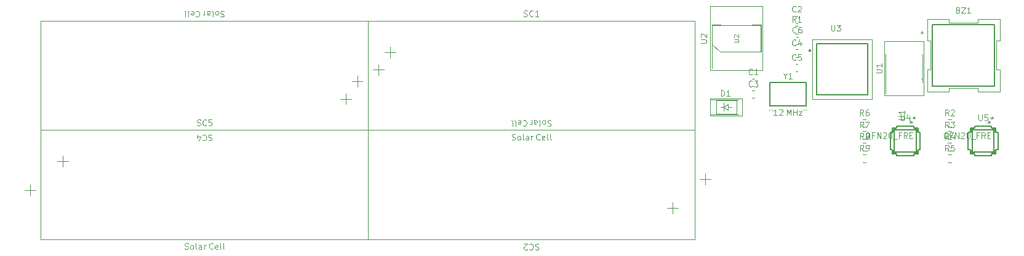
<source format=gbr>
%TF.GenerationSoftware,Flux,Pcbnew,7.0.11-7.0.11~ubuntu20.04.1*%
%TF.CreationDate,2024-08-20T14:11:11+00:00*%
%TF.ProjectId,input,696e7075-742e-46b6-9963-61645f706362,rev?*%
%TF.SameCoordinates,Original*%
%TF.FileFunction,Legend,Top*%
%TF.FilePolarity,Positive*%
%FSLAX46Y46*%
G04 Gerber Fmt 4.6, Leading zero omitted, Abs format (unit mm)*
G04 Filename: known-fuchsia-translation-collar*
G04 Build it with Flux! Visit our site at: https://www.flux.ai (PCBNEW 7.0.11-7.0.11~ubuntu20.04.1) date 2024-08-20 14:11:11*
%MOMM*%
%LPD*%
G01*
G04 APERTURE LIST*
%ADD10C,0.095000*%
%ADD11C,0.060800*%
%ADD12C,0.093100*%
%ADD13C,0.076000*%
%ADD14C,0.120000*%
%ADD15C,0.127000*%
%ADD16C,0.050000*%
%ADD17C,0.100000*%
%ADD18C,0.200000*%
%ADD19C,0.152400*%
G04 APERTURE END LIST*
D10*
X90813684Y-37844860D02*
X90927970Y-37882955D01*
X90927970Y-37882955D02*
X91118446Y-37882955D01*
X91118446Y-37882955D02*
X91194637Y-37844860D01*
X91194637Y-37844860D02*
X91232732Y-37806764D01*
X91232732Y-37806764D02*
X91270827Y-37730574D01*
X91270827Y-37730574D02*
X91270827Y-37654383D01*
X91270827Y-37654383D02*
X91232732Y-37578193D01*
X91232732Y-37578193D02*
X91194637Y-37540098D01*
X91194637Y-37540098D02*
X91118446Y-37502002D01*
X91118446Y-37502002D02*
X90966065Y-37463907D01*
X90966065Y-37463907D02*
X90889875Y-37425812D01*
X90889875Y-37425812D02*
X90851780Y-37387717D01*
X90851780Y-37387717D02*
X90813684Y-37311526D01*
X90813684Y-37311526D02*
X90813684Y-37235336D01*
X90813684Y-37235336D02*
X90851780Y-37159145D01*
X90851780Y-37159145D02*
X90889875Y-37121050D01*
X90889875Y-37121050D02*
X90966065Y-37082955D01*
X90966065Y-37082955D02*
X91156542Y-37082955D01*
X91156542Y-37082955D02*
X91270827Y-37121050D01*
X91727970Y-37882955D02*
X91651780Y-37844860D01*
X91651780Y-37844860D02*
X91613685Y-37806764D01*
X91613685Y-37806764D02*
X91575589Y-37730574D01*
X91575589Y-37730574D02*
X91575589Y-37502002D01*
X91575589Y-37502002D02*
X91613685Y-37425812D01*
X91613685Y-37425812D02*
X91651780Y-37387717D01*
X91651780Y-37387717D02*
X91727970Y-37349621D01*
X91727970Y-37349621D02*
X91842256Y-37349621D01*
X91842256Y-37349621D02*
X91918447Y-37387717D01*
X91918447Y-37387717D02*
X91956542Y-37425812D01*
X91956542Y-37425812D02*
X91994637Y-37502002D01*
X91994637Y-37502002D02*
X91994637Y-37730574D01*
X91994637Y-37730574D02*
X91956542Y-37806764D01*
X91956542Y-37806764D02*
X91918447Y-37844860D01*
X91918447Y-37844860D02*
X91842256Y-37882955D01*
X91842256Y-37882955D02*
X91727970Y-37882955D01*
X92451780Y-37882955D02*
X92375590Y-37844860D01*
X92375590Y-37844860D02*
X92337495Y-37768669D01*
X92337495Y-37768669D02*
X92337495Y-37082955D01*
X93099400Y-37882955D02*
X93099400Y-37463907D01*
X93099400Y-37463907D02*
X93061305Y-37387717D01*
X93061305Y-37387717D02*
X92985114Y-37349621D01*
X92985114Y-37349621D02*
X92832733Y-37349621D01*
X92832733Y-37349621D02*
X92756543Y-37387717D01*
X93099400Y-37844860D02*
X93023209Y-37882955D01*
X93023209Y-37882955D02*
X92832733Y-37882955D01*
X92832733Y-37882955D02*
X92756543Y-37844860D01*
X92756543Y-37844860D02*
X92718447Y-37768669D01*
X92718447Y-37768669D02*
X92718447Y-37692479D01*
X92718447Y-37692479D02*
X92756543Y-37616288D01*
X92756543Y-37616288D02*
X92832733Y-37578193D01*
X92832733Y-37578193D02*
X93023209Y-37578193D01*
X93023209Y-37578193D02*
X93099400Y-37540098D01*
X93480353Y-37882955D02*
X93480353Y-37349621D01*
X93480353Y-37502002D02*
X93518448Y-37425812D01*
X93518448Y-37425812D02*
X93556543Y-37387717D01*
X93556543Y-37387717D02*
X93632734Y-37349621D01*
X93632734Y-37349621D02*
X93708924Y-37349621D01*
X94661305Y-37806764D02*
X94623209Y-37844860D01*
X94623209Y-37844860D02*
X94508924Y-37882955D01*
X94508924Y-37882955D02*
X94432733Y-37882955D01*
X94432733Y-37882955D02*
X94318447Y-37844860D01*
X94318447Y-37844860D02*
X94242257Y-37768669D01*
X94242257Y-37768669D02*
X94204162Y-37692479D01*
X94204162Y-37692479D02*
X94166066Y-37540098D01*
X94166066Y-37540098D02*
X94166066Y-37425812D01*
X94166066Y-37425812D02*
X94204162Y-37273431D01*
X94204162Y-37273431D02*
X94242257Y-37197240D01*
X94242257Y-37197240D02*
X94318447Y-37121050D01*
X94318447Y-37121050D02*
X94432733Y-37082955D01*
X94432733Y-37082955D02*
X94508924Y-37082955D01*
X94508924Y-37082955D02*
X94623209Y-37121050D01*
X94623209Y-37121050D02*
X94661305Y-37159145D01*
X95308924Y-37844860D02*
X95232733Y-37882955D01*
X95232733Y-37882955D02*
X95080352Y-37882955D01*
X95080352Y-37882955D02*
X95004162Y-37844860D01*
X95004162Y-37844860D02*
X94966066Y-37768669D01*
X94966066Y-37768669D02*
X94966066Y-37463907D01*
X94966066Y-37463907D02*
X95004162Y-37387717D01*
X95004162Y-37387717D02*
X95080352Y-37349621D01*
X95080352Y-37349621D02*
X95232733Y-37349621D01*
X95232733Y-37349621D02*
X95308924Y-37387717D01*
X95308924Y-37387717D02*
X95347019Y-37463907D01*
X95347019Y-37463907D02*
X95347019Y-37540098D01*
X95347019Y-37540098D02*
X94966066Y-37616288D01*
X95804161Y-37882955D02*
X95727971Y-37844860D01*
X95727971Y-37844860D02*
X95689876Y-37768669D01*
X95689876Y-37768669D02*
X95689876Y-37082955D01*
X96223209Y-37882955D02*
X96147019Y-37844860D01*
X96147019Y-37844860D02*
X96108924Y-37768669D01*
X96108924Y-37768669D02*
X96108924Y-37082955D01*
X92489875Y-20844860D02*
X92604161Y-20882955D01*
X92604161Y-20882955D02*
X92794637Y-20882955D01*
X92794637Y-20882955D02*
X92870828Y-20844860D01*
X92870828Y-20844860D02*
X92908923Y-20806764D01*
X92908923Y-20806764D02*
X92947018Y-20730574D01*
X92947018Y-20730574D02*
X92947018Y-20654383D01*
X92947018Y-20654383D02*
X92908923Y-20578193D01*
X92908923Y-20578193D02*
X92870828Y-20540098D01*
X92870828Y-20540098D02*
X92794637Y-20502002D01*
X92794637Y-20502002D02*
X92642256Y-20463907D01*
X92642256Y-20463907D02*
X92566066Y-20425812D01*
X92566066Y-20425812D02*
X92527971Y-20387717D01*
X92527971Y-20387717D02*
X92489875Y-20311526D01*
X92489875Y-20311526D02*
X92489875Y-20235336D01*
X92489875Y-20235336D02*
X92527971Y-20159145D01*
X92527971Y-20159145D02*
X92566066Y-20121050D01*
X92566066Y-20121050D02*
X92642256Y-20082955D01*
X92642256Y-20082955D02*
X92832733Y-20082955D01*
X92832733Y-20082955D02*
X92947018Y-20121050D01*
X93747019Y-20806764D02*
X93708923Y-20844860D01*
X93708923Y-20844860D02*
X93594638Y-20882955D01*
X93594638Y-20882955D02*
X93518447Y-20882955D01*
X93518447Y-20882955D02*
X93404161Y-20844860D01*
X93404161Y-20844860D02*
X93327971Y-20768669D01*
X93327971Y-20768669D02*
X93289876Y-20692479D01*
X93289876Y-20692479D02*
X93251780Y-20540098D01*
X93251780Y-20540098D02*
X93251780Y-20425812D01*
X93251780Y-20425812D02*
X93289876Y-20273431D01*
X93289876Y-20273431D02*
X93327971Y-20197240D01*
X93327971Y-20197240D02*
X93404161Y-20121050D01*
X93404161Y-20121050D02*
X93518447Y-20082955D01*
X93518447Y-20082955D02*
X93594638Y-20082955D01*
X93594638Y-20082955D02*
X93708923Y-20121050D01*
X93708923Y-20121050D02*
X93747019Y-20159145D01*
X94508923Y-20882955D02*
X94051780Y-20882955D01*
X94280352Y-20882955D02*
X94280352Y-20082955D01*
X94280352Y-20082955D02*
X94204161Y-20197240D01*
X94204161Y-20197240D02*
X94127971Y-20273431D01*
X94127971Y-20273431D02*
X94051780Y-20311526D01*
X96185138Y-35205940D02*
X96070852Y-35167844D01*
X96070852Y-35167844D02*
X95880376Y-35167844D01*
X95880376Y-35167844D02*
X95804185Y-35205940D01*
X95804185Y-35205940D02*
X95766090Y-35244035D01*
X95766090Y-35244035D02*
X95727995Y-35320225D01*
X95727995Y-35320225D02*
X95727995Y-35396416D01*
X95727995Y-35396416D02*
X95766090Y-35472606D01*
X95766090Y-35472606D02*
X95804185Y-35510701D01*
X95804185Y-35510701D02*
X95880376Y-35548797D01*
X95880376Y-35548797D02*
X96032757Y-35586892D01*
X96032757Y-35586892D02*
X96108947Y-35624987D01*
X96108947Y-35624987D02*
X96147042Y-35663082D01*
X96147042Y-35663082D02*
X96185138Y-35739273D01*
X96185138Y-35739273D02*
X96185138Y-35815463D01*
X96185138Y-35815463D02*
X96147042Y-35891654D01*
X96147042Y-35891654D02*
X96108947Y-35929749D01*
X96108947Y-35929749D02*
X96032757Y-35967844D01*
X96032757Y-35967844D02*
X95842280Y-35967844D01*
X95842280Y-35967844D02*
X95727995Y-35929749D01*
X95270852Y-35167844D02*
X95347042Y-35205940D01*
X95347042Y-35205940D02*
X95385137Y-35244035D01*
X95385137Y-35244035D02*
X95423233Y-35320225D01*
X95423233Y-35320225D02*
X95423233Y-35548797D01*
X95423233Y-35548797D02*
X95385137Y-35624987D01*
X95385137Y-35624987D02*
X95347042Y-35663082D01*
X95347042Y-35663082D02*
X95270852Y-35701178D01*
X95270852Y-35701178D02*
X95156566Y-35701178D01*
X95156566Y-35701178D02*
X95080375Y-35663082D01*
X95080375Y-35663082D02*
X95042280Y-35624987D01*
X95042280Y-35624987D02*
X95004185Y-35548797D01*
X95004185Y-35548797D02*
X95004185Y-35320225D01*
X95004185Y-35320225D02*
X95042280Y-35244035D01*
X95042280Y-35244035D02*
X95080375Y-35205940D01*
X95080375Y-35205940D02*
X95156566Y-35167844D01*
X95156566Y-35167844D02*
X95270852Y-35167844D01*
X94547042Y-35167844D02*
X94623232Y-35205940D01*
X94623232Y-35205940D02*
X94661327Y-35282130D01*
X94661327Y-35282130D02*
X94661327Y-35967844D01*
X93899422Y-35167844D02*
X93899422Y-35586892D01*
X93899422Y-35586892D02*
X93937517Y-35663082D01*
X93937517Y-35663082D02*
X94013708Y-35701178D01*
X94013708Y-35701178D02*
X94166089Y-35701178D01*
X94166089Y-35701178D02*
X94242279Y-35663082D01*
X93899422Y-35205940D02*
X93975613Y-35167844D01*
X93975613Y-35167844D02*
X94166089Y-35167844D01*
X94166089Y-35167844D02*
X94242279Y-35205940D01*
X94242279Y-35205940D02*
X94280375Y-35282130D01*
X94280375Y-35282130D02*
X94280375Y-35358320D01*
X94280375Y-35358320D02*
X94242279Y-35434511D01*
X94242279Y-35434511D02*
X94166089Y-35472606D01*
X94166089Y-35472606D02*
X93975613Y-35472606D01*
X93975613Y-35472606D02*
X93899422Y-35510701D01*
X93518469Y-35167844D02*
X93518469Y-35701178D01*
X93518469Y-35548797D02*
X93480374Y-35624987D01*
X93480374Y-35624987D02*
X93442279Y-35663082D01*
X93442279Y-35663082D02*
X93366088Y-35701178D01*
X93366088Y-35701178D02*
X93289898Y-35701178D01*
X92337517Y-35244035D02*
X92375613Y-35205940D01*
X92375613Y-35205940D02*
X92489898Y-35167844D01*
X92489898Y-35167844D02*
X92566089Y-35167844D01*
X92566089Y-35167844D02*
X92680375Y-35205940D01*
X92680375Y-35205940D02*
X92756565Y-35282130D01*
X92756565Y-35282130D02*
X92794660Y-35358320D01*
X92794660Y-35358320D02*
X92832756Y-35510701D01*
X92832756Y-35510701D02*
X92832756Y-35624987D01*
X92832756Y-35624987D02*
X92794660Y-35777368D01*
X92794660Y-35777368D02*
X92756565Y-35853559D01*
X92756565Y-35853559D02*
X92680375Y-35929749D01*
X92680375Y-35929749D02*
X92566089Y-35967844D01*
X92566089Y-35967844D02*
X92489898Y-35967844D01*
X92489898Y-35967844D02*
X92375613Y-35929749D01*
X92375613Y-35929749D02*
X92337517Y-35891654D01*
X91689898Y-35205940D02*
X91766089Y-35167844D01*
X91766089Y-35167844D02*
X91918470Y-35167844D01*
X91918470Y-35167844D02*
X91994660Y-35205940D01*
X91994660Y-35205940D02*
X92032756Y-35282130D01*
X92032756Y-35282130D02*
X92032756Y-35586892D01*
X92032756Y-35586892D02*
X91994660Y-35663082D01*
X91994660Y-35663082D02*
X91918470Y-35701178D01*
X91918470Y-35701178D02*
X91766089Y-35701178D01*
X91766089Y-35701178D02*
X91689898Y-35663082D01*
X91689898Y-35663082D02*
X91651803Y-35586892D01*
X91651803Y-35586892D02*
X91651803Y-35510701D01*
X91651803Y-35510701D02*
X92032756Y-35434511D01*
X91194661Y-35167844D02*
X91270851Y-35205940D01*
X91270851Y-35205940D02*
X91308946Y-35282130D01*
X91308946Y-35282130D02*
X91308946Y-35967844D01*
X90775613Y-35167844D02*
X90851803Y-35205940D01*
X90851803Y-35205940D02*
X90889898Y-35282130D01*
X90889898Y-35282130D02*
X90889898Y-35967844D01*
X94508901Y-52205940D02*
X94394615Y-52167844D01*
X94394615Y-52167844D02*
X94204139Y-52167844D01*
X94204139Y-52167844D02*
X94127948Y-52205940D01*
X94127948Y-52205940D02*
X94089853Y-52244035D01*
X94089853Y-52244035D02*
X94051758Y-52320225D01*
X94051758Y-52320225D02*
X94051758Y-52396416D01*
X94051758Y-52396416D02*
X94089853Y-52472606D01*
X94089853Y-52472606D02*
X94127948Y-52510701D01*
X94127948Y-52510701D02*
X94204139Y-52548797D01*
X94204139Y-52548797D02*
X94356520Y-52586892D01*
X94356520Y-52586892D02*
X94432710Y-52624987D01*
X94432710Y-52624987D02*
X94470805Y-52663082D01*
X94470805Y-52663082D02*
X94508901Y-52739273D01*
X94508901Y-52739273D02*
X94508901Y-52815463D01*
X94508901Y-52815463D02*
X94470805Y-52891654D01*
X94470805Y-52891654D02*
X94432710Y-52929749D01*
X94432710Y-52929749D02*
X94356520Y-52967844D01*
X94356520Y-52967844D02*
X94166043Y-52967844D01*
X94166043Y-52967844D02*
X94051758Y-52929749D01*
X93251757Y-52244035D02*
X93289853Y-52205940D01*
X93289853Y-52205940D02*
X93404138Y-52167844D01*
X93404138Y-52167844D02*
X93480329Y-52167844D01*
X93480329Y-52167844D02*
X93594615Y-52205940D01*
X93594615Y-52205940D02*
X93670805Y-52282130D01*
X93670805Y-52282130D02*
X93708900Y-52358320D01*
X93708900Y-52358320D02*
X93746996Y-52510701D01*
X93746996Y-52510701D02*
X93746996Y-52624987D01*
X93746996Y-52624987D02*
X93708900Y-52777368D01*
X93708900Y-52777368D02*
X93670805Y-52853559D01*
X93670805Y-52853559D02*
X93594615Y-52929749D01*
X93594615Y-52929749D02*
X93480329Y-52967844D01*
X93480329Y-52967844D02*
X93404138Y-52967844D01*
X93404138Y-52967844D02*
X93289853Y-52929749D01*
X93289853Y-52929749D02*
X93251757Y-52891654D01*
X92946996Y-52891654D02*
X92908900Y-52929749D01*
X92908900Y-52929749D02*
X92832710Y-52967844D01*
X92832710Y-52967844D02*
X92642234Y-52967844D01*
X92642234Y-52967844D02*
X92566043Y-52929749D01*
X92566043Y-52929749D02*
X92527948Y-52891654D01*
X92527948Y-52891654D02*
X92489853Y-52815463D01*
X92489853Y-52815463D02*
X92489853Y-52739273D01*
X92489853Y-52739273D02*
X92527948Y-52624987D01*
X92527948Y-52624987D02*
X92985091Y-52167844D01*
X92985091Y-52167844D02*
X92489853Y-52167844D01*
X45827784Y-52860160D02*
X45942070Y-52898255D01*
X45942070Y-52898255D02*
X46132546Y-52898255D01*
X46132546Y-52898255D02*
X46208737Y-52860160D01*
X46208737Y-52860160D02*
X46246832Y-52822064D01*
X46246832Y-52822064D02*
X46284927Y-52745874D01*
X46284927Y-52745874D02*
X46284927Y-52669683D01*
X46284927Y-52669683D02*
X46246832Y-52593493D01*
X46246832Y-52593493D02*
X46208737Y-52555398D01*
X46208737Y-52555398D02*
X46132546Y-52517302D01*
X46132546Y-52517302D02*
X45980165Y-52479207D01*
X45980165Y-52479207D02*
X45903975Y-52441112D01*
X45903975Y-52441112D02*
X45865880Y-52403017D01*
X45865880Y-52403017D02*
X45827784Y-52326826D01*
X45827784Y-52326826D02*
X45827784Y-52250636D01*
X45827784Y-52250636D02*
X45865880Y-52174445D01*
X45865880Y-52174445D02*
X45903975Y-52136350D01*
X45903975Y-52136350D02*
X45980165Y-52098255D01*
X45980165Y-52098255D02*
X46170642Y-52098255D01*
X46170642Y-52098255D02*
X46284927Y-52136350D01*
X46742070Y-52898255D02*
X46665880Y-52860160D01*
X46665880Y-52860160D02*
X46627785Y-52822064D01*
X46627785Y-52822064D02*
X46589689Y-52745874D01*
X46589689Y-52745874D02*
X46589689Y-52517302D01*
X46589689Y-52517302D02*
X46627785Y-52441112D01*
X46627785Y-52441112D02*
X46665880Y-52403017D01*
X46665880Y-52403017D02*
X46742070Y-52364921D01*
X46742070Y-52364921D02*
X46856356Y-52364921D01*
X46856356Y-52364921D02*
X46932547Y-52403017D01*
X46932547Y-52403017D02*
X46970642Y-52441112D01*
X46970642Y-52441112D02*
X47008737Y-52517302D01*
X47008737Y-52517302D02*
X47008737Y-52745874D01*
X47008737Y-52745874D02*
X46970642Y-52822064D01*
X46970642Y-52822064D02*
X46932547Y-52860160D01*
X46932547Y-52860160D02*
X46856356Y-52898255D01*
X46856356Y-52898255D02*
X46742070Y-52898255D01*
X47465880Y-52898255D02*
X47389690Y-52860160D01*
X47389690Y-52860160D02*
X47351595Y-52783969D01*
X47351595Y-52783969D02*
X47351595Y-52098255D01*
X48113500Y-52898255D02*
X48113500Y-52479207D01*
X48113500Y-52479207D02*
X48075405Y-52403017D01*
X48075405Y-52403017D02*
X47999214Y-52364921D01*
X47999214Y-52364921D02*
X47846833Y-52364921D01*
X47846833Y-52364921D02*
X47770643Y-52403017D01*
X48113500Y-52860160D02*
X48037309Y-52898255D01*
X48037309Y-52898255D02*
X47846833Y-52898255D01*
X47846833Y-52898255D02*
X47770643Y-52860160D01*
X47770643Y-52860160D02*
X47732547Y-52783969D01*
X47732547Y-52783969D02*
X47732547Y-52707779D01*
X47732547Y-52707779D02*
X47770643Y-52631588D01*
X47770643Y-52631588D02*
X47846833Y-52593493D01*
X47846833Y-52593493D02*
X48037309Y-52593493D01*
X48037309Y-52593493D02*
X48113500Y-52555398D01*
X48494453Y-52898255D02*
X48494453Y-52364921D01*
X48494453Y-52517302D02*
X48532548Y-52441112D01*
X48532548Y-52441112D02*
X48570643Y-52403017D01*
X48570643Y-52403017D02*
X48646834Y-52364921D01*
X48646834Y-52364921D02*
X48723024Y-52364921D01*
X49675405Y-52822064D02*
X49637309Y-52860160D01*
X49637309Y-52860160D02*
X49523024Y-52898255D01*
X49523024Y-52898255D02*
X49446833Y-52898255D01*
X49446833Y-52898255D02*
X49332547Y-52860160D01*
X49332547Y-52860160D02*
X49256357Y-52783969D01*
X49256357Y-52783969D02*
X49218262Y-52707779D01*
X49218262Y-52707779D02*
X49180166Y-52555398D01*
X49180166Y-52555398D02*
X49180166Y-52441112D01*
X49180166Y-52441112D02*
X49218262Y-52288731D01*
X49218262Y-52288731D02*
X49256357Y-52212540D01*
X49256357Y-52212540D02*
X49332547Y-52136350D01*
X49332547Y-52136350D02*
X49446833Y-52098255D01*
X49446833Y-52098255D02*
X49523024Y-52098255D01*
X49523024Y-52098255D02*
X49637309Y-52136350D01*
X49637309Y-52136350D02*
X49675405Y-52174445D01*
X50323024Y-52860160D02*
X50246833Y-52898255D01*
X50246833Y-52898255D02*
X50094452Y-52898255D01*
X50094452Y-52898255D02*
X50018262Y-52860160D01*
X50018262Y-52860160D02*
X49980166Y-52783969D01*
X49980166Y-52783969D02*
X49980166Y-52479207D01*
X49980166Y-52479207D02*
X50018262Y-52403017D01*
X50018262Y-52403017D02*
X50094452Y-52364921D01*
X50094452Y-52364921D02*
X50246833Y-52364921D01*
X50246833Y-52364921D02*
X50323024Y-52403017D01*
X50323024Y-52403017D02*
X50361119Y-52479207D01*
X50361119Y-52479207D02*
X50361119Y-52555398D01*
X50361119Y-52555398D02*
X49980166Y-52631588D01*
X50818261Y-52898255D02*
X50742071Y-52860160D01*
X50742071Y-52860160D02*
X50703976Y-52783969D01*
X50703976Y-52783969D02*
X50703976Y-52098255D01*
X51237309Y-52898255D02*
X51161119Y-52860160D01*
X51161119Y-52860160D02*
X51123024Y-52783969D01*
X51123024Y-52783969D02*
X51123024Y-52098255D01*
X47503975Y-35860160D02*
X47618261Y-35898255D01*
X47618261Y-35898255D02*
X47808737Y-35898255D01*
X47808737Y-35898255D02*
X47884928Y-35860160D01*
X47884928Y-35860160D02*
X47923023Y-35822064D01*
X47923023Y-35822064D02*
X47961118Y-35745874D01*
X47961118Y-35745874D02*
X47961118Y-35669683D01*
X47961118Y-35669683D02*
X47923023Y-35593493D01*
X47923023Y-35593493D02*
X47884928Y-35555398D01*
X47884928Y-35555398D02*
X47808737Y-35517302D01*
X47808737Y-35517302D02*
X47656356Y-35479207D01*
X47656356Y-35479207D02*
X47580166Y-35441112D01*
X47580166Y-35441112D02*
X47542071Y-35403017D01*
X47542071Y-35403017D02*
X47503975Y-35326826D01*
X47503975Y-35326826D02*
X47503975Y-35250636D01*
X47503975Y-35250636D02*
X47542071Y-35174445D01*
X47542071Y-35174445D02*
X47580166Y-35136350D01*
X47580166Y-35136350D02*
X47656356Y-35098255D01*
X47656356Y-35098255D02*
X47846833Y-35098255D01*
X47846833Y-35098255D02*
X47961118Y-35136350D01*
X48761119Y-35822064D02*
X48723023Y-35860160D01*
X48723023Y-35860160D02*
X48608738Y-35898255D01*
X48608738Y-35898255D02*
X48532547Y-35898255D01*
X48532547Y-35898255D02*
X48418261Y-35860160D01*
X48418261Y-35860160D02*
X48342071Y-35783969D01*
X48342071Y-35783969D02*
X48303976Y-35707779D01*
X48303976Y-35707779D02*
X48265880Y-35555398D01*
X48265880Y-35555398D02*
X48265880Y-35441112D01*
X48265880Y-35441112D02*
X48303976Y-35288731D01*
X48303976Y-35288731D02*
X48342071Y-35212540D01*
X48342071Y-35212540D02*
X48418261Y-35136350D01*
X48418261Y-35136350D02*
X48532547Y-35098255D01*
X48532547Y-35098255D02*
X48608738Y-35098255D01*
X48608738Y-35098255D02*
X48723023Y-35136350D01*
X48723023Y-35136350D02*
X48761119Y-35174445D01*
X49484928Y-35098255D02*
X49103976Y-35098255D01*
X49103976Y-35098255D02*
X49065880Y-35479207D01*
X49065880Y-35479207D02*
X49103976Y-35441112D01*
X49103976Y-35441112D02*
X49180166Y-35403017D01*
X49180166Y-35403017D02*
X49370642Y-35403017D01*
X49370642Y-35403017D02*
X49446833Y-35441112D01*
X49446833Y-35441112D02*
X49484928Y-35479207D01*
X49484928Y-35479207D02*
X49523023Y-35555398D01*
X49523023Y-35555398D02*
X49523023Y-35745874D01*
X49523023Y-35745874D02*
X49484928Y-35822064D01*
X49484928Y-35822064D02*
X49446833Y-35860160D01*
X49446833Y-35860160D02*
X49370642Y-35898255D01*
X49370642Y-35898255D02*
X49180166Y-35898255D01*
X49180166Y-35898255D02*
X49103976Y-35860160D01*
X49103976Y-35860160D02*
X49065880Y-35822064D01*
X51199238Y-20190640D02*
X51084952Y-20152544D01*
X51084952Y-20152544D02*
X50894476Y-20152544D01*
X50894476Y-20152544D02*
X50818285Y-20190640D01*
X50818285Y-20190640D02*
X50780190Y-20228735D01*
X50780190Y-20228735D02*
X50742095Y-20304925D01*
X50742095Y-20304925D02*
X50742095Y-20381116D01*
X50742095Y-20381116D02*
X50780190Y-20457306D01*
X50780190Y-20457306D02*
X50818285Y-20495401D01*
X50818285Y-20495401D02*
X50894476Y-20533497D01*
X50894476Y-20533497D02*
X51046857Y-20571592D01*
X51046857Y-20571592D02*
X51123047Y-20609687D01*
X51123047Y-20609687D02*
X51161142Y-20647782D01*
X51161142Y-20647782D02*
X51199238Y-20723973D01*
X51199238Y-20723973D02*
X51199238Y-20800163D01*
X51199238Y-20800163D02*
X51161142Y-20876354D01*
X51161142Y-20876354D02*
X51123047Y-20914449D01*
X51123047Y-20914449D02*
X51046857Y-20952544D01*
X51046857Y-20952544D02*
X50856380Y-20952544D01*
X50856380Y-20952544D02*
X50742095Y-20914449D01*
X50284952Y-20152544D02*
X50361142Y-20190640D01*
X50361142Y-20190640D02*
X50399237Y-20228735D01*
X50399237Y-20228735D02*
X50437333Y-20304925D01*
X50437333Y-20304925D02*
X50437333Y-20533497D01*
X50437333Y-20533497D02*
X50399237Y-20609687D01*
X50399237Y-20609687D02*
X50361142Y-20647782D01*
X50361142Y-20647782D02*
X50284952Y-20685878D01*
X50284952Y-20685878D02*
X50170666Y-20685878D01*
X50170666Y-20685878D02*
X50094475Y-20647782D01*
X50094475Y-20647782D02*
X50056380Y-20609687D01*
X50056380Y-20609687D02*
X50018285Y-20533497D01*
X50018285Y-20533497D02*
X50018285Y-20304925D01*
X50018285Y-20304925D02*
X50056380Y-20228735D01*
X50056380Y-20228735D02*
X50094475Y-20190640D01*
X50094475Y-20190640D02*
X50170666Y-20152544D01*
X50170666Y-20152544D02*
X50284952Y-20152544D01*
X49561142Y-20152544D02*
X49637332Y-20190640D01*
X49637332Y-20190640D02*
X49675427Y-20266830D01*
X49675427Y-20266830D02*
X49675427Y-20952544D01*
X48913522Y-20152544D02*
X48913522Y-20571592D01*
X48913522Y-20571592D02*
X48951617Y-20647782D01*
X48951617Y-20647782D02*
X49027808Y-20685878D01*
X49027808Y-20685878D02*
X49180189Y-20685878D01*
X49180189Y-20685878D02*
X49256379Y-20647782D01*
X48913522Y-20190640D02*
X48989713Y-20152544D01*
X48989713Y-20152544D02*
X49180189Y-20152544D01*
X49180189Y-20152544D02*
X49256379Y-20190640D01*
X49256379Y-20190640D02*
X49294475Y-20266830D01*
X49294475Y-20266830D02*
X49294475Y-20343020D01*
X49294475Y-20343020D02*
X49256379Y-20419211D01*
X49256379Y-20419211D02*
X49180189Y-20457306D01*
X49180189Y-20457306D02*
X48989713Y-20457306D01*
X48989713Y-20457306D02*
X48913522Y-20495401D01*
X48532569Y-20152544D02*
X48532569Y-20685878D01*
X48532569Y-20533497D02*
X48494474Y-20609687D01*
X48494474Y-20609687D02*
X48456379Y-20647782D01*
X48456379Y-20647782D02*
X48380188Y-20685878D01*
X48380188Y-20685878D02*
X48303998Y-20685878D01*
X47351617Y-20228735D02*
X47389713Y-20190640D01*
X47389713Y-20190640D02*
X47503998Y-20152544D01*
X47503998Y-20152544D02*
X47580189Y-20152544D01*
X47580189Y-20152544D02*
X47694475Y-20190640D01*
X47694475Y-20190640D02*
X47770665Y-20266830D01*
X47770665Y-20266830D02*
X47808760Y-20343020D01*
X47808760Y-20343020D02*
X47846856Y-20495401D01*
X47846856Y-20495401D02*
X47846856Y-20609687D01*
X47846856Y-20609687D02*
X47808760Y-20762068D01*
X47808760Y-20762068D02*
X47770665Y-20838259D01*
X47770665Y-20838259D02*
X47694475Y-20914449D01*
X47694475Y-20914449D02*
X47580189Y-20952544D01*
X47580189Y-20952544D02*
X47503998Y-20952544D01*
X47503998Y-20952544D02*
X47389713Y-20914449D01*
X47389713Y-20914449D02*
X47351617Y-20876354D01*
X46703998Y-20190640D02*
X46780189Y-20152544D01*
X46780189Y-20152544D02*
X46932570Y-20152544D01*
X46932570Y-20152544D02*
X47008760Y-20190640D01*
X47008760Y-20190640D02*
X47046856Y-20266830D01*
X47046856Y-20266830D02*
X47046856Y-20571592D01*
X47046856Y-20571592D02*
X47008760Y-20647782D01*
X47008760Y-20647782D02*
X46932570Y-20685878D01*
X46932570Y-20685878D02*
X46780189Y-20685878D01*
X46780189Y-20685878D02*
X46703998Y-20647782D01*
X46703998Y-20647782D02*
X46665903Y-20571592D01*
X46665903Y-20571592D02*
X46665903Y-20495401D01*
X46665903Y-20495401D02*
X47046856Y-20419211D01*
X46208761Y-20152544D02*
X46284951Y-20190640D01*
X46284951Y-20190640D02*
X46323046Y-20266830D01*
X46323046Y-20266830D02*
X46323046Y-20952544D01*
X45789713Y-20152544D02*
X45865903Y-20190640D01*
X45865903Y-20190640D02*
X45903998Y-20266830D01*
X45903998Y-20266830D02*
X45903998Y-20952544D01*
X49523001Y-37190640D02*
X49408715Y-37152544D01*
X49408715Y-37152544D02*
X49218239Y-37152544D01*
X49218239Y-37152544D02*
X49142048Y-37190640D01*
X49142048Y-37190640D02*
X49103953Y-37228735D01*
X49103953Y-37228735D02*
X49065858Y-37304925D01*
X49065858Y-37304925D02*
X49065858Y-37381116D01*
X49065858Y-37381116D02*
X49103953Y-37457306D01*
X49103953Y-37457306D02*
X49142048Y-37495401D01*
X49142048Y-37495401D02*
X49218239Y-37533497D01*
X49218239Y-37533497D02*
X49370620Y-37571592D01*
X49370620Y-37571592D02*
X49446810Y-37609687D01*
X49446810Y-37609687D02*
X49484905Y-37647782D01*
X49484905Y-37647782D02*
X49523001Y-37723973D01*
X49523001Y-37723973D02*
X49523001Y-37800163D01*
X49523001Y-37800163D02*
X49484905Y-37876354D01*
X49484905Y-37876354D02*
X49446810Y-37914449D01*
X49446810Y-37914449D02*
X49370620Y-37952544D01*
X49370620Y-37952544D02*
X49180143Y-37952544D01*
X49180143Y-37952544D02*
X49065858Y-37914449D01*
X48265857Y-37228735D02*
X48303953Y-37190640D01*
X48303953Y-37190640D02*
X48418238Y-37152544D01*
X48418238Y-37152544D02*
X48494429Y-37152544D01*
X48494429Y-37152544D02*
X48608715Y-37190640D01*
X48608715Y-37190640D02*
X48684905Y-37266830D01*
X48684905Y-37266830D02*
X48723000Y-37343020D01*
X48723000Y-37343020D02*
X48761096Y-37495401D01*
X48761096Y-37495401D02*
X48761096Y-37609687D01*
X48761096Y-37609687D02*
X48723000Y-37762068D01*
X48723000Y-37762068D02*
X48684905Y-37838259D01*
X48684905Y-37838259D02*
X48608715Y-37914449D01*
X48608715Y-37914449D02*
X48494429Y-37952544D01*
X48494429Y-37952544D02*
X48418238Y-37952544D01*
X48418238Y-37952544D02*
X48303953Y-37914449D01*
X48303953Y-37914449D02*
X48265857Y-37876354D01*
X47580143Y-37685878D02*
X47580143Y-37152544D01*
X47770619Y-37990640D02*
X47961096Y-37419211D01*
X47961096Y-37419211D02*
X47465857Y-37419211D01*
D11*
X147045752Y-23094451D02*
X147435848Y-23094451D01*
X147240800Y-23289498D02*
X147240800Y-22899403D01*
X147167657Y-29468832D02*
X147313943Y-29468832D01*
X147167657Y-29468832D02*
X147313943Y-29468832D01*
X147045752Y-23094451D02*
X147435848Y-23094451D01*
X147240800Y-23289498D02*
X147240800Y-22899403D01*
D10*
X152216137Y-19995307D02*
X152330423Y-20033402D01*
X152330423Y-20033402D02*
X152368518Y-20071498D01*
X152368518Y-20071498D02*
X152406614Y-20147688D01*
X152406614Y-20147688D02*
X152406614Y-20261974D01*
X152406614Y-20261974D02*
X152368518Y-20338164D01*
X152368518Y-20338164D02*
X152330423Y-20376260D01*
X152330423Y-20376260D02*
X152254233Y-20414355D01*
X152254233Y-20414355D02*
X151949471Y-20414355D01*
X151949471Y-20414355D02*
X151949471Y-19614355D01*
X151949471Y-19614355D02*
X152216137Y-19614355D01*
X152216137Y-19614355D02*
X152292328Y-19652450D01*
X152292328Y-19652450D02*
X152330423Y-19690545D01*
X152330423Y-19690545D02*
X152368518Y-19766736D01*
X152368518Y-19766736D02*
X152368518Y-19842926D01*
X152368518Y-19842926D02*
X152330423Y-19919117D01*
X152330423Y-19919117D02*
X152292328Y-19957212D01*
X152292328Y-19957212D02*
X152216137Y-19995307D01*
X152216137Y-19995307D02*
X151949471Y-19995307D01*
X152673280Y-19614355D02*
X153206614Y-19614355D01*
X153206614Y-19614355D02*
X152673280Y-20414355D01*
X152673280Y-20414355D02*
X153206614Y-20414355D01*
X153930423Y-20414355D02*
X153473280Y-20414355D01*
X153701852Y-20414355D02*
X153701852Y-19614355D01*
X153701852Y-19614355D02*
X153625661Y-19728640D01*
X153625661Y-19728640D02*
X153549471Y-19804831D01*
X153549471Y-19804831D02*
X153473280Y-19842926D01*
D12*
X144050675Y-35090134D02*
X144685342Y-35090134D01*
X144685342Y-35090134D02*
X144760008Y-35052801D01*
X144760008Y-35052801D02*
X144797342Y-35015467D01*
X144797342Y-35015467D02*
X144834675Y-34940801D01*
X144834675Y-34940801D02*
X144834675Y-34791467D01*
X144834675Y-34791467D02*
X144797342Y-34716801D01*
X144797342Y-34716801D02*
X144760008Y-34679467D01*
X144760008Y-34679467D02*
X144685342Y-34642134D01*
X144685342Y-34642134D02*
X144050675Y-34642134D01*
X144834675Y-33858134D02*
X144834675Y-34306134D01*
X144834675Y-34082134D02*
X144050675Y-34082134D01*
X144050675Y-34082134D02*
X144162675Y-34156801D01*
X144162675Y-34156801D02*
X144237342Y-34231468D01*
X144237342Y-34231468D02*
X144274675Y-34306134D01*
D10*
X140941955Y-28642335D02*
X141589574Y-28642335D01*
X141589574Y-28642335D02*
X141665764Y-28604240D01*
X141665764Y-28604240D02*
X141703860Y-28566145D01*
X141703860Y-28566145D02*
X141741955Y-28489954D01*
X141741955Y-28489954D02*
X141741955Y-28337573D01*
X141741955Y-28337573D02*
X141703860Y-28261383D01*
X141703860Y-28261383D02*
X141665764Y-28223288D01*
X141665764Y-28223288D02*
X141589574Y-28185192D01*
X141589574Y-28185192D02*
X140941955Y-28185192D01*
X141741955Y-27385193D02*
X141741955Y-27842336D01*
X141741955Y-27613764D02*
X140941955Y-27613764D01*
X140941955Y-27613764D02*
X141056240Y-27689955D01*
X141056240Y-27689955D02*
X141132431Y-27766145D01*
X141132431Y-27766145D02*
X141170526Y-27842336D01*
D13*
X121380024Y-24405419D02*
X121898119Y-24405419D01*
X121898119Y-24405419D02*
X121959071Y-24374942D01*
X121959071Y-24374942D02*
X121989548Y-24344466D01*
X121989548Y-24344466D02*
X122020024Y-24283514D01*
X122020024Y-24283514D02*
X122020024Y-24161609D01*
X122020024Y-24161609D02*
X121989548Y-24100657D01*
X121989548Y-24100657D02*
X121959071Y-24070180D01*
X121959071Y-24070180D02*
X121898119Y-24039704D01*
X121898119Y-24039704D02*
X121380024Y-24039704D01*
X121440976Y-23765419D02*
X121410500Y-23734943D01*
X121410500Y-23734943D02*
X121380024Y-23673990D01*
X121380024Y-23673990D02*
X121380024Y-23521609D01*
X121380024Y-23521609D02*
X121410500Y-23460657D01*
X121410500Y-23460657D02*
X121440976Y-23430181D01*
X121440976Y-23430181D02*
X121501928Y-23399704D01*
X121501928Y-23399704D02*
X121562881Y-23399704D01*
X121562881Y-23399704D02*
X121654309Y-23430181D01*
X121654309Y-23430181D02*
X122020024Y-23795895D01*
X122020024Y-23795895D02*
X122020024Y-23399704D01*
D10*
X116793055Y-24527340D02*
X117440674Y-24527340D01*
X117440674Y-24527340D02*
X117516864Y-24489245D01*
X117516864Y-24489245D02*
X117554960Y-24451150D01*
X117554960Y-24451150D02*
X117593055Y-24374959D01*
X117593055Y-24374959D02*
X117593055Y-24222578D01*
X117593055Y-24222578D02*
X117554960Y-24146388D01*
X117554960Y-24146388D02*
X117516864Y-24108293D01*
X117516864Y-24108293D02*
X117440674Y-24070197D01*
X117440674Y-24070197D02*
X116793055Y-24070197D01*
X116869245Y-23727341D02*
X116831150Y-23689245D01*
X116831150Y-23689245D02*
X116793055Y-23613055D01*
X116793055Y-23613055D02*
X116793055Y-23422579D01*
X116793055Y-23422579D02*
X116831150Y-23346388D01*
X116831150Y-23346388D02*
X116869245Y-23308293D01*
X116869245Y-23308293D02*
X116945436Y-23270198D01*
X116945436Y-23270198D02*
X117021626Y-23270198D01*
X117021626Y-23270198D02*
X117135912Y-23308293D01*
X117135912Y-23308293D02*
X117593055Y-23765436D01*
X117593055Y-23765436D02*
X117593055Y-23270198D01*
X119610424Y-31825055D02*
X119610424Y-31025055D01*
X119610424Y-31025055D02*
X119800900Y-31025055D01*
X119800900Y-31025055D02*
X119915186Y-31063150D01*
X119915186Y-31063150D02*
X119991376Y-31139340D01*
X119991376Y-31139340D02*
X120029471Y-31215531D01*
X120029471Y-31215531D02*
X120067567Y-31367912D01*
X120067567Y-31367912D02*
X120067567Y-31482198D01*
X120067567Y-31482198D02*
X120029471Y-31634579D01*
X120029471Y-31634579D02*
X119991376Y-31710769D01*
X119991376Y-31710769D02*
X119915186Y-31786960D01*
X119915186Y-31786960D02*
X119800900Y-31825055D01*
X119800900Y-31825055D02*
X119610424Y-31825055D01*
X120829471Y-31825055D02*
X120372328Y-31825055D01*
X120600900Y-31825055D02*
X120600900Y-31025055D01*
X120600900Y-31025055D02*
X120524709Y-31139340D01*
X120524709Y-31139340D02*
X120448519Y-31215531D01*
X120448519Y-31215531D02*
X120372328Y-31253626D01*
X119610424Y-31825055D02*
X119610424Y-31025055D01*
X119610424Y-31025055D02*
X119800900Y-31025055D01*
X119800900Y-31025055D02*
X119915186Y-31063150D01*
X119915186Y-31063150D02*
X119991376Y-31139340D01*
X119991376Y-31139340D02*
X120029471Y-31215531D01*
X120029471Y-31215531D02*
X120067567Y-31367912D01*
X120067567Y-31367912D02*
X120067567Y-31482198D01*
X120067567Y-31482198D02*
X120029471Y-31634579D01*
X120029471Y-31634579D02*
X119991376Y-31710769D01*
X119991376Y-31710769D02*
X119915186Y-31786960D01*
X119915186Y-31786960D02*
X119800900Y-31825055D01*
X119800900Y-31825055D02*
X119610424Y-31825055D01*
X120829471Y-31825055D02*
X120372328Y-31825055D01*
X120600900Y-31825055D02*
X120600900Y-31025055D01*
X120600900Y-31025055D02*
X120524709Y-31139340D01*
X120524709Y-31139340D02*
X120448519Y-31215531D01*
X120448519Y-31215531D02*
X120372328Y-31253626D01*
X134759276Y-22087955D02*
X134759276Y-22735574D01*
X134759276Y-22735574D02*
X134797371Y-22811764D01*
X134797371Y-22811764D02*
X134835466Y-22849860D01*
X134835466Y-22849860D02*
X134911657Y-22887955D01*
X134911657Y-22887955D02*
X135064038Y-22887955D01*
X135064038Y-22887955D02*
X135140228Y-22849860D01*
X135140228Y-22849860D02*
X135178323Y-22811764D01*
X135178323Y-22811764D02*
X135216419Y-22735574D01*
X135216419Y-22735574D02*
X135216419Y-22087955D01*
X135521180Y-22087955D02*
X136016418Y-22087955D01*
X136016418Y-22087955D02*
X135749752Y-22392717D01*
X135749752Y-22392717D02*
X135864037Y-22392717D01*
X135864037Y-22392717D02*
X135940228Y-22430812D01*
X135940228Y-22430812D02*
X135978323Y-22468907D01*
X135978323Y-22468907D02*
X136016418Y-22545098D01*
X136016418Y-22545098D02*
X136016418Y-22735574D01*
X136016418Y-22735574D02*
X135978323Y-22811764D01*
X135978323Y-22811764D02*
X135940228Y-22849860D01*
X135940228Y-22849860D02*
X135864037Y-22887955D01*
X135864037Y-22887955D02*
X135635466Y-22887955D01*
X135635466Y-22887955D02*
X135559275Y-22849860D01*
X135559275Y-22849860D02*
X135521180Y-22811764D01*
X123894567Y-30461764D02*
X123856471Y-30499860D01*
X123856471Y-30499860D02*
X123742186Y-30537955D01*
X123742186Y-30537955D02*
X123665995Y-30537955D01*
X123665995Y-30537955D02*
X123551709Y-30499860D01*
X123551709Y-30499860D02*
X123475519Y-30423669D01*
X123475519Y-30423669D02*
X123437424Y-30347479D01*
X123437424Y-30347479D02*
X123399328Y-30195098D01*
X123399328Y-30195098D02*
X123399328Y-30080812D01*
X123399328Y-30080812D02*
X123437424Y-29928431D01*
X123437424Y-29928431D02*
X123475519Y-29852240D01*
X123475519Y-29852240D02*
X123551709Y-29776050D01*
X123551709Y-29776050D02*
X123665995Y-29737955D01*
X123665995Y-29737955D02*
X123742186Y-29737955D01*
X123742186Y-29737955D02*
X123856471Y-29776050D01*
X123856471Y-29776050D02*
X123894567Y-29814145D01*
X124161233Y-29737955D02*
X124656471Y-29737955D01*
X124656471Y-29737955D02*
X124389805Y-30042717D01*
X124389805Y-30042717D02*
X124504090Y-30042717D01*
X124504090Y-30042717D02*
X124580281Y-30080812D01*
X124580281Y-30080812D02*
X124618376Y-30118907D01*
X124618376Y-30118907D02*
X124656471Y-30195098D01*
X124656471Y-30195098D02*
X124656471Y-30385574D01*
X124656471Y-30385574D02*
X124618376Y-30461764D01*
X124618376Y-30461764D02*
X124580281Y-30499860D01*
X124580281Y-30499860D02*
X124504090Y-30537955D01*
X124504090Y-30537955D02*
X124275519Y-30537955D01*
X124275519Y-30537955D02*
X124199328Y-30499860D01*
X124199328Y-30499860D02*
X124161233Y-30461764D01*
X123894567Y-28816764D02*
X123856471Y-28854860D01*
X123856471Y-28854860D02*
X123742186Y-28892955D01*
X123742186Y-28892955D02*
X123665995Y-28892955D01*
X123665995Y-28892955D02*
X123551709Y-28854860D01*
X123551709Y-28854860D02*
X123475519Y-28778669D01*
X123475519Y-28778669D02*
X123437424Y-28702479D01*
X123437424Y-28702479D02*
X123399328Y-28550098D01*
X123399328Y-28550098D02*
X123399328Y-28435812D01*
X123399328Y-28435812D02*
X123437424Y-28283431D01*
X123437424Y-28283431D02*
X123475519Y-28207240D01*
X123475519Y-28207240D02*
X123551709Y-28131050D01*
X123551709Y-28131050D02*
X123665995Y-28092955D01*
X123665995Y-28092955D02*
X123742186Y-28092955D01*
X123742186Y-28092955D02*
X123856471Y-28131050D01*
X123856471Y-28131050D02*
X123894567Y-28169145D01*
X124656471Y-28892955D02*
X124199328Y-28892955D01*
X124427900Y-28892955D02*
X124427900Y-28092955D01*
X124427900Y-28092955D02*
X124351709Y-28207240D01*
X124351709Y-28207240D02*
X124275519Y-28283431D01*
X124275519Y-28283431D02*
X124199328Y-28321526D01*
X129877767Y-20199864D02*
X129839671Y-20237960D01*
X129839671Y-20237960D02*
X129725386Y-20276055D01*
X129725386Y-20276055D02*
X129649195Y-20276055D01*
X129649195Y-20276055D02*
X129534909Y-20237960D01*
X129534909Y-20237960D02*
X129458719Y-20161769D01*
X129458719Y-20161769D02*
X129420624Y-20085579D01*
X129420624Y-20085579D02*
X129382528Y-19933198D01*
X129382528Y-19933198D02*
X129382528Y-19818912D01*
X129382528Y-19818912D02*
X129420624Y-19666531D01*
X129420624Y-19666531D02*
X129458719Y-19590340D01*
X129458719Y-19590340D02*
X129534909Y-19514150D01*
X129534909Y-19514150D02*
X129649195Y-19476055D01*
X129649195Y-19476055D02*
X129725386Y-19476055D01*
X129725386Y-19476055D02*
X129839671Y-19514150D01*
X129839671Y-19514150D02*
X129877767Y-19552245D01*
X130182528Y-19552245D02*
X130220624Y-19514150D01*
X130220624Y-19514150D02*
X130296814Y-19476055D01*
X130296814Y-19476055D02*
X130487290Y-19476055D01*
X130487290Y-19476055D02*
X130563481Y-19514150D01*
X130563481Y-19514150D02*
X130601576Y-19552245D01*
X130601576Y-19552245D02*
X130639671Y-19628436D01*
X130639671Y-19628436D02*
X130639671Y-19704626D01*
X130639671Y-19704626D02*
X130601576Y-19818912D01*
X130601576Y-19818912D02*
X130144433Y-20276055D01*
X130144433Y-20276055D02*
X130639671Y-20276055D01*
X128405148Y-29087002D02*
X128405148Y-29467955D01*
X128138481Y-28667955D02*
X128405148Y-29087002D01*
X128405148Y-29087002D02*
X128671814Y-28667955D01*
X129357528Y-29467955D02*
X128900385Y-29467955D01*
X129128957Y-29467955D02*
X129128957Y-28667955D01*
X129128957Y-28667955D02*
X129052766Y-28782240D01*
X129052766Y-28782240D02*
X128976576Y-28858431D01*
X128976576Y-28858431D02*
X128900385Y-28896526D01*
X126252766Y-33667955D02*
X126252766Y-33820336D01*
X126557528Y-33667955D02*
X126557528Y-33820336D01*
X127319433Y-34467955D02*
X126862290Y-34467955D01*
X127090862Y-34467955D02*
X127090862Y-33667955D01*
X127090862Y-33667955D02*
X127014671Y-33782240D01*
X127014671Y-33782240D02*
X126938481Y-33858431D01*
X126938481Y-33858431D02*
X126862290Y-33896526D01*
X127624195Y-33744145D02*
X127662291Y-33706050D01*
X127662291Y-33706050D02*
X127738481Y-33667955D01*
X127738481Y-33667955D02*
X127928957Y-33667955D01*
X127928957Y-33667955D02*
X128005148Y-33706050D01*
X128005148Y-33706050D02*
X128043243Y-33744145D01*
X128043243Y-33744145D02*
X128081338Y-33820336D01*
X128081338Y-33820336D02*
X128081338Y-33896526D01*
X128081338Y-33896526D02*
X128043243Y-34010812D01*
X128043243Y-34010812D02*
X127586100Y-34467955D01*
X127586100Y-34467955D02*
X128081338Y-34467955D01*
X128652767Y-34467955D02*
X128652767Y-33667955D01*
X128652767Y-33667955D02*
X128919433Y-34239383D01*
X128919433Y-34239383D02*
X129186100Y-33667955D01*
X129186100Y-33667955D02*
X129186100Y-34467955D01*
X129567053Y-34467955D02*
X129567053Y-33667955D01*
X129567053Y-34048907D02*
X130024196Y-34048907D01*
X130024196Y-34467955D02*
X130024196Y-33667955D01*
X130328957Y-33934621D02*
X130748005Y-33934621D01*
X130748005Y-33934621D02*
X130328957Y-34467955D01*
X130328957Y-34467955D02*
X130748005Y-34467955D01*
X131014671Y-33667955D02*
X131014671Y-33820336D01*
X131319433Y-33667955D02*
X131319433Y-33820336D01*
X129877767Y-24816764D02*
X129839671Y-24854860D01*
X129839671Y-24854860D02*
X129725386Y-24892955D01*
X129725386Y-24892955D02*
X129649195Y-24892955D01*
X129649195Y-24892955D02*
X129534909Y-24854860D01*
X129534909Y-24854860D02*
X129458719Y-24778669D01*
X129458719Y-24778669D02*
X129420624Y-24702479D01*
X129420624Y-24702479D02*
X129382528Y-24550098D01*
X129382528Y-24550098D02*
X129382528Y-24435812D01*
X129382528Y-24435812D02*
X129420624Y-24283431D01*
X129420624Y-24283431D02*
X129458719Y-24207240D01*
X129458719Y-24207240D02*
X129534909Y-24131050D01*
X129534909Y-24131050D02*
X129649195Y-24092955D01*
X129649195Y-24092955D02*
X129725386Y-24092955D01*
X129725386Y-24092955D02*
X129839671Y-24131050D01*
X129839671Y-24131050D02*
X129877767Y-24169145D01*
X130563481Y-24359621D02*
X130563481Y-24892955D01*
X130373005Y-24054860D02*
X130182528Y-24626288D01*
X130182528Y-24626288D02*
X130677767Y-24626288D01*
X129877767Y-26816764D02*
X129839671Y-26854860D01*
X129839671Y-26854860D02*
X129725386Y-26892955D01*
X129725386Y-26892955D02*
X129649195Y-26892955D01*
X129649195Y-26892955D02*
X129534909Y-26854860D01*
X129534909Y-26854860D02*
X129458719Y-26778669D01*
X129458719Y-26778669D02*
X129420624Y-26702479D01*
X129420624Y-26702479D02*
X129382528Y-26550098D01*
X129382528Y-26550098D02*
X129382528Y-26435812D01*
X129382528Y-26435812D02*
X129420624Y-26283431D01*
X129420624Y-26283431D02*
X129458719Y-26207240D01*
X129458719Y-26207240D02*
X129534909Y-26131050D01*
X129534909Y-26131050D02*
X129649195Y-26092955D01*
X129649195Y-26092955D02*
X129725386Y-26092955D01*
X129725386Y-26092955D02*
X129839671Y-26131050D01*
X129839671Y-26131050D02*
X129877767Y-26169145D01*
X130601576Y-26092955D02*
X130220624Y-26092955D01*
X130220624Y-26092955D02*
X130182528Y-26473907D01*
X130182528Y-26473907D02*
X130220624Y-26435812D01*
X130220624Y-26435812D02*
X130296814Y-26397717D01*
X130296814Y-26397717D02*
X130487290Y-26397717D01*
X130487290Y-26397717D02*
X130563481Y-26435812D01*
X130563481Y-26435812D02*
X130601576Y-26473907D01*
X130601576Y-26473907D02*
X130639671Y-26550098D01*
X130639671Y-26550098D02*
X130639671Y-26740574D01*
X130639671Y-26740574D02*
X130601576Y-26816764D01*
X130601576Y-26816764D02*
X130563481Y-26854860D01*
X130563481Y-26854860D02*
X130487290Y-26892955D01*
X130487290Y-26892955D02*
X130296814Y-26892955D01*
X130296814Y-26892955D02*
X130220624Y-26854860D01*
X130220624Y-26854860D02*
X130182528Y-26816764D01*
X129877767Y-21665955D02*
X129611100Y-21285002D01*
X129420624Y-21665955D02*
X129420624Y-20865955D01*
X129420624Y-20865955D02*
X129725386Y-20865955D01*
X129725386Y-20865955D02*
X129801576Y-20904050D01*
X129801576Y-20904050D02*
X129839671Y-20942145D01*
X129839671Y-20942145D02*
X129877767Y-21018336D01*
X129877767Y-21018336D02*
X129877767Y-21132621D01*
X129877767Y-21132621D02*
X129839671Y-21208812D01*
X129839671Y-21208812D02*
X129801576Y-21246907D01*
X129801576Y-21246907D02*
X129725386Y-21285002D01*
X129725386Y-21285002D02*
X129420624Y-21285002D01*
X130639671Y-21665955D02*
X130182528Y-21665955D01*
X130411100Y-21665955D02*
X130411100Y-20865955D01*
X130411100Y-20865955D02*
X130334909Y-20980240D01*
X130334909Y-20980240D02*
X130258719Y-21056431D01*
X130258719Y-21056431D02*
X130182528Y-21094526D01*
X129927767Y-23075864D02*
X129889671Y-23113960D01*
X129889671Y-23113960D02*
X129775386Y-23152055D01*
X129775386Y-23152055D02*
X129699195Y-23152055D01*
X129699195Y-23152055D02*
X129584909Y-23113960D01*
X129584909Y-23113960D02*
X129508719Y-23037769D01*
X129508719Y-23037769D02*
X129470624Y-22961579D01*
X129470624Y-22961579D02*
X129432528Y-22809198D01*
X129432528Y-22809198D02*
X129432528Y-22694912D01*
X129432528Y-22694912D02*
X129470624Y-22542531D01*
X129470624Y-22542531D02*
X129508719Y-22466340D01*
X129508719Y-22466340D02*
X129584909Y-22390150D01*
X129584909Y-22390150D02*
X129699195Y-22352055D01*
X129699195Y-22352055D02*
X129775386Y-22352055D01*
X129775386Y-22352055D02*
X129889671Y-22390150D01*
X129889671Y-22390150D02*
X129927767Y-22428245D01*
X130613481Y-22352055D02*
X130461100Y-22352055D01*
X130461100Y-22352055D02*
X130384909Y-22390150D01*
X130384909Y-22390150D02*
X130346814Y-22428245D01*
X130346814Y-22428245D02*
X130270624Y-22542531D01*
X130270624Y-22542531D02*
X130232528Y-22694912D01*
X130232528Y-22694912D02*
X130232528Y-22999674D01*
X130232528Y-22999674D02*
X130270624Y-23075864D01*
X130270624Y-23075864D02*
X130308719Y-23113960D01*
X130308719Y-23113960D02*
X130384909Y-23152055D01*
X130384909Y-23152055D02*
X130537290Y-23152055D01*
X130537290Y-23152055D02*
X130613481Y-23113960D01*
X130613481Y-23113960D02*
X130651576Y-23075864D01*
X130651576Y-23075864D02*
X130689671Y-22999674D01*
X130689671Y-22999674D02*
X130689671Y-22809198D01*
X130689671Y-22809198D02*
X130651576Y-22733007D01*
X130651576Y-22733007D02*
X130613481Y-22694912D01*
X130613481Y-22694912D02*
X130537290Y-22656817D01*
X130537290Y-22656817D02*
X130384909Y-22656817D01*
X130384909Y-22656817D02*
X130308719Y-22694912D01*
X130308719Y-22694912D02*
X130270624Y-22733007D01*
X130270624Y-22733007D02*
X130232528Y-22809198D01*
X156445299Y-35246255D02*
X156445299Y-35436731D01*
X156254823Y-35360540D02*
X156445299Y-35436731D01*
X156445299Y-35436731D02*
X156635776Y-35360540D01*
X156331014Y-35589112D02*
X156445299Y-35436731D01*
X156445299Y-35436731D02*
X156559585Y-35589112D01*
X156850399Y-34666555D02*
X156850399Y-34857031D01*
X156659923Y-34780840D02*
X156850399Y-34857031D01*
X156850399Y-34857031D02*
X157040876Y-34780840D01*
X156736114Y-35009412D02*
X156850399Y-34857031D01*
X156850399Y-34857031D02*
X156964685Y-35009412D01*
X150822228Y-37747345D02*
X150746038Y-37709250D01*
X150746038Y-37709250D02*
X150669847Y-37633060D01*
X150669847Y-37633060D02*
X150555561Y-37518774D01*
X150555561Y-37518774D02*
X150479371Y-37480679D01*
X150479371Y-37480679D02*
X150403180Y-37480679D01*
X150441276Y-37671155D02*
X150365085Y-37633060D01*
X150365085Y-37633060D02*
X150288895Y-37556869D01*
X150288895Y-37556869D02*
X150250799Y-37404488D01*
X150250799Y-37404488D02*
X150250799Y-37137821D01*
X150250799Y-37137821D02*
X150288895Y-36985440D01*
X150288895Y-36985440D02*
X150365085Y-36909250D01*
X150365085Y-36909250D02*
X150441276Y-36871155D01*
X150441276Y-36871155D02*
X150593657Y-36871155D01*
X150593657Y-36871155D02*
X150669847Y-36909250D01*
X150669847Y-36909250D02*
X150746038Y-36985440D01*
X150746038Y-36985440D02*
X150784133Y-37137821D01*
X150784133Y-37137821D02*
X150784133Y-37404488D01*
X150784133Y-37404488D02*
X150746038Y-37556869D01*
X150746038Y-37556869D02*
X150669847Y-37633060D01*
X150669847Y-37633060D02*
X150593657Y-37671155D01*
X150593657Y-37671155D02*
X150441276Y-37671155D01*
X151393656Y-37252107D02*
X151126990Y-37252107D01*
X151126990Y-37671155D02*
X151126990Y-36871155D01*
X151126990Y-36871155D02*
X151507942Y-36871155D01*
X151812704Y-37671155D02*
X151812704Y-36871155D01*
X151812704Y-36871155D02*
X152269847Y-37671155D01*
X152269847Y-37671155D02*
X152269847Y-36871155D01*
X152612703Y-36947345D02*
X152650799Y-36909250D01*
X152650799Y-36909250D02*
X152726989Y-36871155D01*
X152726989Y-36871155D02*
X152917465Y-36871155D01*
X152917465Y-36871155D02*
X152993656Y-36909250D01*
X152993656Y-36909250D02*
X153031751Y-36947345D01*
X153031751Y-36947345D02*
X153069846Y-37023536D01*
X153069846Y-37023536D02*
X153069846Y-37099726D01*
X153069846Y-37099726D02*
X153031751Y-37214012D01*
X153031751Y-37214012D02*
X152574608Y-37671155D01*
X152574608Y-37671155D02*
X153069846Y-37671155D01*
X153565085Y-36871155D02*
X153641275Y-36871155D01*
X153641275Y-36871155D02*
X153717466Y-36909250D01*
X153717466Y-36909250D02*
X153755561Y-36947345D01*
X153755561Y-36947345D02*
X153793656Y-37023536D01*
X153793656Y-37023536D02*
X153831751Y-37175917D01*
X153831751Y-37175917D02*
X153831751Y-37366393D01*
X153831751Y-37366393D02*
X153793656Y-37518774D01*
X153793656Y-37518774D02*
X153755561Y-37594964D01*
X153755561Y-37594964D02*
X153717466Y-37633060D01*
X153717466Y-37633060D02*
X153641275Y-37671155D01*
X153641275Y-37671155D02*
X153565085Y-37671155D01*
X153565085Y-37671155D02*
X153488894Y-37633060D01*
X153488894Y-37633060D02*
X153450799Y-37594964D01*
X153450799Y-37594964D02*
X153412704Y-37518774D01*
X153412704Y-37518774D02*
X153374608Y-37366393D01*
X153374608Y-37366393D02*
X153374608Y-37175917D01*
X153374608Y-37175917D02*
X153412704Y-37023536D01*
X153412704Y-37023536D02*
X153450799Y-36947345D01*
X153450799Y-36947345D02*
X153488894Y-36909250D01*
X153488894Y-36909250D02*
X153565085Y-36871155D01*
X153984133Y-37747345D02*
X154593656Y-37747345D01*
X155050799Y-37252107D02*
X154784133Y-37252107D01*
X154784133Y-37671155D02*
X154784133Y-36871155D01*
X154784133Y-36871155D02*
X155165085Y-36871155D01*
X155926990Y-37671155D02*
X155660323Y-37290202D01*
X155469847Y-37671155D02*
X155469847Y-36871155D01*
X155469847Y-36871155D02*
X155774609Y-36871155D01*
X155774609Y-36871155D02*
X155850799Y-36909250D01*
X155850799Y-36909250D02*
X155888894Y-36947345D01*
X155888894Y-36947345D02*
X155926990Y-37023536D01*
X155926990Y-37023536D02*
X155926990Y-37137821D01*
X155926990Y-37137821D02*
X155888894Y-37214012D01*
X155888894Y-37214012D02*
X155850799Y-37252107D01*
X155850799Y-37252107D02*
X155774609Y-37290202D01*
X155774609Y-37290202D02*
X155469847Y-37290202D01*
X156269847Y-37252107D02*
X156536513Y-37252107D01*
X156650799Y-37671155D02*
X156269847Y-37671155D01*
X156269847Y-37671155D02*
X156269847Y-36871155D01*
X156269847Y-36871155D02*
X156650799Y-36871155D01*
X155046276Y-34387655D02*
X155046276Y-35035274D01*
X155046276Y-35035274D02*
X155084371Y-35111464D01*
X155084371Y-35111464D02*
X155122466Y-35149560D01*
X155122466Y-35149560D02*
X155198657Y-35187655D01*
X155198657Y-35187655D02*
X155351038Y-35187655D01*
X155351038Y-35187655D02*
X155427228Y-35149560D01*
X155427228Y-35149560D02*
X155465323Y-35111464D01*
X155465323Y-35111464D02*
X155503419Y-35035274D01*
X155503419Y-35035274D02*
X155503419Y-34387655D01*
X156265323Y-34387655D02*
X155884371Y-34387655D01*
X155884371Y-34387655D02*
X155846275Y-34768607D01*
X155846275Y-34768607D02*
X155884371Y-34730512D01*
X155884371Y-34730512D02*
X155960561Y-34692417D01*
X155960561Y-34692417D02*
X156151037Y-34692417D01*
X156151037Y-34692417D02*
X156227228Y-34730512D01*
X156227228Y-34730512D02*
X156265323Y-34768607D01*
X156265323Y-34768607D02*
X156303418Y-34844798D01*
X156303418Y-34844798D02*
X156303418Y-35035274D01*
X156303418Y-35035274D02*
X156265323Y-35111464D01*
X156265323Y-35111464D02*
X156227228Y-35149560D01*
X156227228Y-35149560D02*
X156151037Y-35187655D01*
X156151037Y-35187655D02*
X155960561Y-35187655D01*
X155960561Y-35187655D02*
X155884371Y-35149560D01*
X155884371Y-35149560D02*
X155846275Y-35111464D01*
X150930767Y-34518955D02*
X150664100Y-34138002D01*
X150473624Y-34518955D02*
X150473624Y-33718955D01*
X150473624Y-33718955D02*
X150778386Y-33718955D01*
X150778386Y-33718955D02*
X150854576Y-33757050D01*
X150854576Y-33757050D02*
X150892671Y-33795145D01*
X150892671Y-33795145D02*
X150930767Y-33871336D01*
X150930767Y-33871336D02*
X150930767Y-33985621D01*
X150930767Y-33985621D02*
X150892671Y-34061812D01*
X150892671Y-34061812D02*
X150854576Y-34099907D01*
X150854576Y-34099907D02*
X150778386Y-34138002D01*
X150778386Y-34138002D02*
X150473624Y-34138002D01*
X151235528Y-33795145D02*
X151273624Y-33757050D01*
X151273624Y-33757050D02*
X151349814Y-33718955D01*
X151349814Y-33718955D02*
X151540290Y-33718955D01*
X151540290Y-33718955D02*
X151616481Y-33757050D01*
X151616481Y-33757050D02*
X151654576Y-33795145D01*
X151654576Y-33795145D02*
X151692671Y-33871336D01*
X151692671Y-33871336D02*
X151692671Y-33947526D01*
X151692671Y-33947526D02*
X151654576Y-34061812D01*
X151654576Y-34061812D02*
X151197433Y-34518955D01*
X151197433Y-34518955D02*
X151692671Y-34518955D01*
X150930767Y-36160655D02*
X150664100Y-35779702D01*
X150473624Y-36160655D02*
X150473624Y-35360655D01*
X150473624Y-35360655D02*
X150778386Y-35360655D01*
X150778386Y-35360655D02*
X150854576Y-35398750D01*
X150854576Y-35398750D02*
X150892671Y-35436845D01*
X150892671Y-35436845D02*
X150930767Y-35513036D01*
X150930767Y-35513036D02*
X150930767Y-35627321D01*
X150930767Y-35627321D02*
X150892671Y-35703512D01*
X150892671Y-35703512D02*
X150854576Y-35741607D01*
X150854576Y-35741607D02*
X150778386Y-35779702D01*
X150778386Y-35779702D02*
X150473624Y-35779702D01*
X151197433Y-35360655D02*
X151692671Y-35360655D01*
X151692671Y-35360655D02*
X151426005Y-35665417D01*
X151426005Y-35665417D02*
X151540290Y-35665417D01*
X151540290Y-35665417D02*
X151616481Y-35703512D01*
X151616481Y-35703512D02*
X151654576Y-35741607D01*
X151654576Y-35741607D02*
X151692671Y-35817798D01*
X151692671Y-35817798D02*
X151692671Y-36008274D01*
X151692671Y-36008274D02*
X151654576Y-36084464D01*
X151654576Y-36084464D02*
X151616481Y-36122560D01*
X151616481Y-36122560D02*
X151540290Y-36160655D01*
X151540290Y-36160655D02*
X151311719Y-36160655D01*
X151311719Y-36160655D02*
X151235528Y-36122560D01*
X151235528Y-36122560D02*
X151197433Y-36084464D01*
X150930767Y-37760655D02*
X150664100Y-37379702D01*
X150473624Y-37760655D02*
X150473624Y-36960655D01*
X150473624Y-36960655D02*
X150778386Y-36960655D01*
X150778386Y-36960655D02*
X150854576Y-36998750D01*
X150854576Y-36998750D02*
X150892671Y-37036845D01*
X150892671Y-37036845D02*
X150930767Y-37113036D01*
X150930767Y-37113036D02*
X150930767Y-37227321D01*
X150930767Y-37227321D02*
X150892671Y-37303512D01*
X150892671Y-37303512D02*
X150854576Y-37341607D01*
X150854576Y-37341607D02*
X150778386Y-37379702D01*
X150778386Y-37379702D02*
X150473624Y-37379702D01*
X151616481Y-37227321D02*
X151616481Y-37760655D01*
X151426005Y-36922560D02*
X151235528Y-37493988D01*
X151235528Y-37493988D02*
X151730767Y-37493988D01*
X150930767Y-39380055D02*
X150664100Y-38999102D01*
X150473624Y-39380055D02*
X150473624Y-38580055D01*
X150473624Y-38580055D02*
X150778386Y-38580055D01*
X150778386Y-38580055D02*
X150854576Y-38618150D01*
X150854576Y-38618150D02*
X150892671Y-38656245D01*
X150892671Y-38656245D02*
X150930767Y-38732436D01*
X150930767Y-38732436D02*
X150930767Y-38846721D01*
X150930767Y-38846721D02*
X150892671Y-38922912D01*
X150892671Y-38922912D02*
X150854576Y-38961007D01*
X150854576Y-38961007D02*
X150778386Y-38999102D01*
X150778386Y-38999102D02*
X150473624Y-38999102D01*
X151654576Y-38580055D02*
X151273624Y-38580055D01*
X151273624Y-38580055D02*
X151235528Y-38961007D01*
X151235528Y-38961007D02*
X151273624Y-38922912D01*
X151273624Y-38922912D02*
X151349814Y-38884817D01*
X151349814Y-38884817D02*
X151540290Y-38884817D01*
X151540290Y-38884817D02*
X151616481Y-38922912D01*
X151616481Y-38922912D02*
X151654576Y-38961007D01*
X151654576Y-38961007D02*
X151692671Y-39037198D01*
X151692671Y-39037198D02*
X151692671Y-39227674D01*
X151692671Y-39227674D02*
X151654576Y-39303864D01*
X151654576Y-39303864D02*
X151616481Y-39341960D01*
X151616481Y-39341960D02*
X151540290Y-39380055D01*
X151540290Y-39380055D02*
X151349814Y-39380055D01*
X151349814Y-39380055D02*
X151273624Y-39341960D01*
X151273624Y-39341960D02*
X151235528Y-39303864D01*
X139185467Y-39380055D02*
X138918800Y-38999102D01*
X138728324Y-39380055D02*
X138728324Y-38580055D01*
X138728324Y-38580055D02*
X139033086Y-38580055D01*
X139033086Y-38580055D02*
X139109276Y-38618150D01*
X139109276Y-38618150D02*
X139147371Y-38656245D01*
X139147371Y-38656245D02*
X139185467Y-38732436D01*
X139185467Y-38732436D02*
X139185467Y-38846721D01*
X139185467Y-38846721D02*
X139147371Y-38922912D01*
X139147371Y-38922912D02*
X139109276Y-38961007D01*
X139109276Y-38961007D02*
X139033086Y-38999102D01*
X139033086Y-38999102D02*
X138728324Y-38999102D01*
X139566419Y-39380055D02*
X139718800Y-39380055D01*
X139718800Y-39380055D02*
X139794990Y-39341960D01*
X139794990Y-39341960D02*
X139833086Y-39303864D01*
X139833086Y-39303864D02*
X139909276Y-39189579D01*
X139909276Y-39189579D02*
X139947371Y-39037198D01*
X139947371Y-39037198D02*
X139947371Y-38732436D01*
X139947371Y-38732436D02*
X139909276Y-38656245D01*
X139909276Y-38656245D02*
X139871181Y-38618150D01*
X139871181Y-38618150D02*
X139794990Y-38580055D01*
X139794990Y-38580055D02*
X139642609Y-38580055D01*
X139642609Y-38580055D02*
X139566419Y-38618150D01*
X139566419Y-38618150D02*
X139528324Y-38656245D01*
X139528324Y-38656245D02*
X139490228Y-38732436D01*
X139490228Y-38732436D02*
X139490228Y-38922912D01*
X139490228Y-38922912D02*
X139528324Y-38999102D01*
X139528324Y-38999102D02*
X139566419Y-39037198D01*
X139566419Y-39037198D02*
X139642609Y-39075293D01*
X139642609Y-39075293D02*
X139794990Y-39075293D01*
X139794990Y-39075293D02*
X139871181Y-39037198D01*
X139871181Y-39037198D02*
X139909276Y-38999102D01*
X139909276Y-38999102D02*
X139947371Y-38922912D01*
X139185467Y-37760655D02*
X138918800Y-37379702D01*
X138728324Y-37760655D02*
X138728324Y-36960655D01*
X138728324Y-36960655D02*
X139033086Y-36960655D01*
X139033086Y-36960655D02*
X139109276Y-36998750D01*
X139109276Y-36998750D02*
X139147371Y-37036845D01*
X139147371Y-37036845D02*
X139185467Y-37113036D01*
X139185467Y-37113036D02*
X139185467Y-37227321D01*
X139185467Y-37227321D02*
X139147371Y-37303512D01*
X139147371Y-37303512D02*
X139109276Y-37341607D01*
X139109276Y-37341607D02*
X139033086Y-37379702D01*
X139033086Y-37379702D02*
X138728324Y-37379702D01*
X139642609Y-37303512D02*
X139566419Y-37265417D01*
X139566419Y-37265417D02*
X139528324Y-37227321D01*
X139528324Y-37227321D02*
X139490228Y-37151131D01*
X139490228Y-37151131D02*
X139490228Y-37113036D01*
X139490228Y-37113036D02*
X139528324Y-37036845D01*
X139528324Y-37036845D02*
X139566419Y-36998750D01*
X139566419Y-36998750D02*
X139642609Y-36960655D01*
X139642609Y-36960655D02*
X139794990Y-36960655D01*
X139794990Y-36960655D02*
X139871181Y-36998750D01*
X139871181Y-36998750D02*
X139909276Y-37036845D01*
X139909276Y-37036845D02*
X139947371Y-37113036D01*
X139947371Y-37113036D02*
X139947371Y-37151131D01*
X139947371Y-37151131D02*
X139909276Y-37227321D01*
X139909276Y-37227321D02*
X139871181Y-37265417D01*
X139871181Y-37265417D02*
X139794990Y-37303512D01*
X139794990Y-37303512D02*
X139642609Y-37303512D01*
X139642609Y-37303512D02*
X139566419Y-37341607D01*
X139566419Y-37341607D02*
X139528324Y-37379702D01*
X139528324Y-37379702D02*
X139490228Y-37455893D01*
X139490228Y-37455893D02*
X139490228Y-37608274D01*
X139490228Y-37608274D02*
X139528324Y-37684464D01*
X139528324Y-37684464D02*
X139566419Y-37722560D01*
X139566419Y-37722560D02*
X139642609Y-37760655D01*
X139642609Y-37760655D02*
X139794990Y-37760655D01*
X139794990Y-37760655D02*
X139871181Y-37722560D01*
X139871181Y-37722560D02*
X139909276Y-37684464D01*
X139909276Y-37684464D02*
X139947371Y-37608274D01*
X139947371Y-37608274D02*
X139947371Y-37455893D01*
X139947371Y-37455893D02*
X139909276Y-37379702D01*
X139909276Y-37379702D02*
X139871181Y-37341607D01*
X139871181Y-37341607D02*
X139794990Y-37303512D01*
X139185467Y-36160655D02*
X138918800Y-35779702D01*
X138728324Y-36160655D02*
X138728324Y-35360655D01*
X138728324Y-35360655D02*
X139033086Y-35360655D01*
X139033086Y-35360655D02*
X139109276Y-35398750D01*
X139109276Y-35398750D02*
X139147371Y-35436845D01*
X139147371Y-35436845D02*
X139185467Y-35513036D01*
X139185467Y-35513036D02*
X139185467Y-35627321D01*
X139185467Y-35627321D02*
X139147371Y-35703512D01*
X139147371Y-35703512D02*
X139109276Y-35741607D01*
X139109276Y-35741607D02*
X139033086Y-35779702D01*
X139033086Y-35779702D02*
X138728324Y-35779702D01*
X139452133Y-35360655D02*
X139985467Y-35360655D01*
X139985467Y-35360655D02*
X139642609Y-36160655D01*
X139185467Y-34518955D02*
X138918800Y-34138002D01*
X138728324Y-34518955D02*
X138728324Y-33718955D01*
X138728324Y-33718955D02*
X139033086Y-33718955D01*
X139033086Y-33718955D02*
X139109276Y-33757050D01*
X139109276Y-33757050D02*
X139147371Y-33795145D01*
X139147371Y-33795145D02*
X139185467Y-33871336D01*
X139185467Y-33871336D02*
X139185467Y-33985621D01*
X139185467Y-33985621D02*
X139147371Y-34061812D01*
X139147371Y-34061812D02*
X139109276Y-34099907D01*
X139109276Y-34099907D02*
X139033086Y-34138002D01*
X139033086Y-34138002D02*
X138728324Y-34138002D01*
X139871181Y-33718955D02*
X139718800Y-33718955D01*
X139718800Y-33718955D02*
X139642609Y-33757050D01*
X139642609Y-33757050D02*
X139604514Y-33795145D01*
X139604514Y-33795145D02*
X139528324Y-33909431D01*
X139528324Y-33909431D02*
X139490228Y-34061812D01*
X139490228Y-34061812D02*
X139490228Y-34366574D01*
X139490228Y-34366574D02*
X139528324Y-34442764D01*
X139528324Y-34442764D02*
X139566419Y-34480860D01*
X139566419Y-34480860D02*
X139642609Y-34518955D01*
X139642609Y-34518955D02*
X139794990Y-34518955D01*
X139794990Y-34518955D02*
X139871181Y-34480860D01*
X139871181Y-34480860D02*
X139909276Y-34442764D01*
X139909276Y-34442764D02*
X139947371Y-34366574D01*
X139947371Y-34366574D02*
X139947371Y-34176098D01*
X139947371Y-34176098D02*
X139909276Y-34099907D01*
X139909276Y-34099907D02*
X139871181Y-34061812D01*
X139871181Y-34061812D02*
X139794990Y-34023717D01*
X139794990Y-34023717D02*
X139642609Y-34023717D01*
X139642609Y-34023717D02*
X139566419Y-34061812D01*
X139566419Y-34061812D02*
X139528324Y-34099907D01*
X139528324Y-34099907D02*
X139490228Y-34176098D01*
X145731299Y-35246255D02*
X145731299Y-35436731D01*
X145540823Y-35360540D02*
X145731299Y-35436731D01*
X145731299Y-35436731D02*
X145921776Y-35360540D01*
X145617014Y-35589112D02*
X145731299Y-35436731D01*
X145731299Y-35436731D02*
X145845585Y-35589112D01*
X146136399Y-34666555D02*
X146136399Y-34857031D01*
X145945923Y-34780840D02*
X146136399Y-34857031D01*
X146136399Y-34857031D02*
X146326876Y-34780840D01*
X146022114Y-35009412D02*
X146136399Y-34857031D01*
X146136399Y-34857031D02*
X146250685Y-35009412D01*
X140108228Y-37747345D02*
X140032038Y-37709250D01*
X140032038Y-37709250D02*
X139955847Y-37633060D01*
X139955847Y-37633060D02*
X139841561Y-37518774D01*
X139841561Y-37518774D02*
X139765371Y-37480679D01*
X139765371Y-37480679D02*
X139689180Y-37480679D01*
X139727276Y-37671155D02*
X139651085Y-37633060D01*
X139651085Y-37633060D02*
X139574895Y-37556869D01*
X139574895Y-37556869D02*
X139536799Y-37404488D01*
X139536799Y-37404488D02*
X139536799Y-37137821D01*
X139536799Y-37137821D02*
X139574895Y-36985440D01*
X139574895Y-36985440D02*
X139651085Y-36909250D01*
X139651085Y-36909250D02*
X139727276Y-36871155D01*
X139727276Y-36871155D02*
X139879657Y-36871155D01*
X139879657Y-36871155D02*
X139955847Y-36909250D01*
X139955847Y-36909250D02*
X140032038Y-36985440D01*
X140032038Y-36985440D02*
X140070133Y-37137821D01*
X140070133Y-37137821D02*
X140070133Y-37404488D01*
X140070133Y-37404488D02*
X140032038Y-37556869D01*
X140032038Y-37556869D02*
X139955847Y-37633060D01*
X139955847Y-37633060D02*
X139879657Y-37671155D01*
X139879657Y-37671155D02*
X139727276Y-37671155D01*
X140679656Y-37252107D02*
X140412990Y-37252107D01*
X140412990Y-37671155D02*
X140412990Y-36871155D01*
X140412990Y-36871155D02*
X140793942Y-36871155D01*
X141098704Y-37671155D02*
X141098704Y-36871155D01*
X141098704Y-36871155D02*
X141555847Y-37671155D01*
X141555847Y-37671155D02*
X141555847Y-36871155D01*
X141898703Y-36947345D02*
X141936799Y-36909250D01*
X141936799Y-36909250D02*
X142012989Y-36871155D01*
X142012989Y-36871155D02*
X142203465Y-36871155D01*
X142203465Y-36871155D02*
X142279656Y-36909250D01*
X142279656Y-36909250D02*
X142317751Y-36947345D01*
X142317751Y-36947345D02*
X142355846Y-37023536D01*
X142355846Y-37023536D02*
X142355846Y-37099726D01*
X142355846Y-37099726D02*
X142317751Y-37214012D01*
X142317751Y-37214012D02*
X141860608Y-37671155D01*
X141860608Y-37671155D02*
X142355846Y-37671155D01*
X142851085Y-36871155D02*
X142927275Y-36871155D01*
X142927275Y-36871155D02*
X143003466Y-36909250D01*
X143003466Y-36909250D02*
X143041561Y-36947345D01*
X143041561Y-36947345D02*
X143079656Y-37023536D01*
X143079656Y-37023536D02*
X143117751Y-37175917D01*
X143117751Y-37175917D02*
X143117751Y-37366393D01*
X143117751Y-37366393D02*
X143079656Y-37518774D01*
X143079656Y-37518774D02*
X143041561Y-37594964D01*
X143041561Y-37594964D02*
X143003466Y-37633060D01*
X143003466Y-37633060D02*
X142927275Y-37671155D01*
X142927275Y-37671155D02*
X142851085Y-37671155D01*
X142851085Y-37671155D02*
X142774894Y-37633060D01*
X142774894Y-37633060D02*
X142736799Y-37594964D01*
X142736799Y-37594964D02*
X142698704Y-37518774D01*
X142698704Y-37518774D02*
X142660608Y-37366393D01*
X142660608Y-37366393D02*
X142660608Y-37175917D01*
X142660608Y-37175917D02*
X142698704Y-37023536D01*
X142698704Y-37023536D02*
X142736799Y-36947345D01*
X142736799Y-36947345D02*
X142774894Y-36909250D01*
X142774894Y-36909250D02*
X142851085Y-36871155D01*
X143270133Y-37747345D02*
X143879656Y-37747345D01*
X144336799Y-37252107D02*
X144070133Y-37252107D01*
X144070133Y-37671155D02*
X144070133Y-36871155D01*
X144070133Y-36871155D02*
X144451085Y-36871155D01*
X145212990Y-37671155D02*
X144946323Y-37290202D01*
X144755847Y-37671155D02*
X144755847Y-36871155D01*
X144755847Y-36871155D02*
X145060609Y-36871155D01*
X145060609Y-36871155D02*
X145136799Y-36909250D01*
X145136799Y-36909250D02*
X145174894Y-36947345D01*
X145174894Y-36947345D02*
X145212990Y-37023536D01*
X145212990Y-37023536D02*
X145212990Y-37137821D01*
X145212990Y-37137821D02*
X145174894Y-37214012D01*
X145174894Y-37214012D02*
X145136799Y-37252107D01*
X145136799Y-37252107D02*
X145060609Y-37290202D01*
X145060609Y-37290202D02*
X144755847Y-37290202D01*
X145555847Y-37252107D02*
X145822513Y-37252107D01*
X145936799Y-37671155D02*
X145555847Y-37671155D01*
X145555847Y-37671155D02*
X145555847Y-36871155D01*
X145555847Y-36871155D02*
X145936799Y-36871155D01*
X144332276Y-34387655D02*
X144332276Y-35035274D01*
X144332276Y-35035274D02*
X144370371Y-35111464D01*
X144370371Y-35111464D02*
X144408466Y-35149560D01*
X144408466Y-35149560D02*
X144484657Y-35187655D01*
X144484657Y-35187655D02*
X144637038Y-35187655D01*
X144637038Y-35187655D02*
X144713228Y-35149560D01*
X144713228Y-35149560D02*
X144751323Y-35111464D01*
X144751323Y-35111464D02*
X144789419Y-35035274D01*
X144789419Y-35035274D02*
X144789419Y-34387655D01*
X145513228Y-34654321D02*
X145513228Y-35187655D01*
X145322752Y-34349560D02*
X145132275Y-34920988D01*
X145132275Y-34920988D02*
X145627514Y-34920988D01*
D14*
%TO.C,*%
X69551400Y-29051800D02*
X69551400Y-30551800D01*
X68801400Y-29801800D02*
X70301400Y-29801800D01*
X73301400Y-25801800D02*
X74801400Y-25801800D01*
X74051400Y-25051800D02*
X74051400Y-26551800D01*
X70999400Y-21517800D02*
X70999400Y-36517800D01*
X115999400Y-21517800D02*
X115999400Y-36517800D01*
X70999400Y-21517800D02*
X115999400Y-21517800D01*
X70999400Y-36517800D02*
X115999400Y-36517800D01*
X117447400Y-43999064D02*
X117447404Y-42499064D01*
X118197402Y-43249066D02*
X116697402Y-43249062D01*
X113697391Y-47249054D02*
X112197391Y-47249050D01*
X112947389Y-47999052D02*
X112947393Y-46499052D01*
X115999380Y-51533060D02*
X115999420Y-36533060D01*
X70999380Y-51532940D02*
X70999420Y-36532940D01*
X115999380Y-51533060D02*
X70999380Y-51532940D01*
X115999420Y-36533060D02*
X70999420Y-36532940D01*
X24565500Y-44067100D02*
X24565500Y-45567100D01*
X23815500Y-44817100D02*
X25315500Y-44817100D01*
X28315500Y-40817100D02*
X29815500Y-40817100D01*
X29065500Y-40067100D02*
X29065500Y-41567100D01*
X26013500Y-36533100D02*
X26013500Y-51533100D01*
X71013500Y-36533100D02*
X71013500Y-51533100D01*
X26013500Y-36533100D02*
X71013500Y-36533100D01*
X26013500Y-51533100D02*
X71013500Y-51533100D01*
X72461500Y-28983764D02*
X72461504Y-27483764D01*
X73211502Y-28233766D02*
X71711502Y-28233762D01*
X68711491Y-32233754D02*
X67211491Y-32233750D01*
X67961489Y-32983752D02*
X67961493Y-31483752D01*
X71013480Y-36517760D02*
X71013520Y-21517760D01*
X26013480Y-36517640D02*
X26013520Y-21517640D01*
X71013480Y-36517760D02*
X26013480Y-36517640D01*
X71013520Y-21517760D02*
X26013520Y-21517640D01*
D15*
X148705800Y-21980800D02*
X148705800Y-30480800D01*
X148705800Y-30480800D02*
X157205800Y-30480800D01*
X157205800Y-30480800D02*
X157205800Y-21980800D01*
X157205800Y-21980800D02*
X148705800Y-21980800D01*
X154855800Y-21980800D02*
X151055800Y-21980800D01*
X151055800Y-30480800D02*
X154855800Y-30480800D01*
X157205800Y-28130800D02*
X157205800Y-24330800D01*
X148705800Y-24330800D02*
X148705800Y-28130800D01*
D16*
X147955800Y-21230800D02*
X150955800Y-21230800D01*
X150955800Y-21230800D02*
X150955800Y-21730800D01*
X150955800Y-21730800D02*
X154955800Y-21730800D01*
X154955800Y-21730800D02*
X154955800Y-21230800D01*
X154955800Y-21230800D02*
X157955800Y-21230800D01*
X154955800Y-30730800D02*
X150955800Y-30730800D01*
X154955800Y-31230800D02*
X154955800Y-30730800D01*
X150955800Y-30730800D02*
X150955800Y-31230800D01*
X150955800Y-31230800D02*
X147955800Y-31230800D01*
X157955800Y-31230800D02*
X154955800Y-31230800D01*
X157455800Y-24230800D02*
X157455800Y-28230800D01*
X157955800Y-24230800D02*
X157455800Y-24230800D01*
X157455800Y-28230800D02*
X157955800Y-28230800D01*
X157955800Y-28230800D02*
X157955800Y-31230800D01*
X157955800Y-21230800D02*
X157955800Y-24230800D01*
X148455800Y-28230800D02*
X148455800Y-24230800D01*
X148455800Y-24230800D02*
X147955800Y-24230800D01*
X147955800Y-28230800D02*
X148455800Y-28230800D01*
X147955800Y-31230800D02*
X147955800Y-28230800D01*
X147955800Y-24230800D02*
X147955800Y-21230800D01*
D14*
X147336800Y-28032791D02*
X147336793Y-26082791D01*
X147336800Y-28032791D02*
X147336807Y-29982791D01*
X142216800Y-28032809D02*
X142216793Y-26082809D01*
X142216800Y-28032809D02*
X142216813Y-31482809D01*
D16*
X142076814Y-31732810D02*
X147476814Y-31732790D01*
X147476814Y-31732790D02*
X147476786Y-24332790D01*
X147476786Y-24332790D02*
X142076786Y-24332810D01*
X142076786Y-24332810D02*
X142076814Y-31732810D01*
D17*
X119427907Y-25767808D02*
X118377903Y-24717812D01*
X119427907Y-25767808D02*
X125077907Y-25767788D01*
X118377903Y-24717812D02*
X118377893Y-22067812D01*
X125077907Y-25767788D02*
X125077893Y-22067788D01*
X118377893Y-22067812D02*
X125077893Y-22067788D01*
D14*
X125137893Y-22007787D02*
X123877893Y-22007792D01*
X118317893Y-22007813D02*
X119577893Y-22007808D01*
D16*
X118127884Y-19517813D02*
X118127916Y-28317813D01*
X125327884Y-19517787D02*
X118127884Y-19517813D01*
X125327916Y-28317787D02*
X125327884Y-19517787D01*
X118127916Y-28317813D02*
X125327916Y-28317787D01*
D14*
X125137907Y-25767787D02*
X125137893Y-22007787D01*
X118317915Y-28017813D02*
X118317893Y-22007813D01*
D17*
X120577900Y-33364900D02*
X121077900Y-33364900D01*
X120577900Y-33764900D02*
X119977900Y-33364900D01*
X120577900Y-32964900D02*
X120577900Y-33764900D01*
X119977900Y-33364900D02*
X120577900Y-32964900D01*
X119977900Y-33364900D02*
X119977900Y-33914900D01*
X119977900Y-33364900D02*
X119977900Y-32814900D01*
X119577900Y-33364900D02*
X119977900Y-33364900D01*
X118927900Y-34264900D02*
X118927900Y-32464900D01*
X121727900Y-34264900D02*
X118927900Y-34264900D01*
X121727900Y-32464900D02*
X121727900Y-34264900D01*
X118927900Y-32464900D02*
X121727900Y-32464900D01*
D14*
X118127900Y-32364900D02*
X118127900Y-34364900D01*
D16*
X118127900Y-32214900D02*
X122527900Y-32214900D01*
X122527900Y-32214900D02*
X122527900Y-34514900D01*
X122527900Y-34514900D02*
X118127900Y-34514900D01*
X118127900Y-32214900D02*
X118127900Y-34514900D01*
D14*
X118127900Y-34364900D02*
X121977900Y-34364900D01*
X118127900Y-32364900D02*
X121977900Y-32364900D01*
D18*
X131938800Y-25557800D02*
X131935393Y-25583682D01*
X131935393Y-25583682D02*
X131925403Y-25607800D01*
X131925403Y-25607800D02*
X131909511Y-25628511D01*
X131909511Y-25628511D02*
X131888800Y-25644403D01*
X131888800Y-25644403D02*
X131864682Y-25654393D01*
X131864682Y-25654393D02*
X131838800Y-25657800D01*
X131838800Y-25657800D02*
X131812918Y-25654393D01*
X131812918Y-25654393D02*
X131788800Y-25644403D01*
X131788800Y-25644403D02*
X131768089Y-25628511D01*
X131768089Y-25628511D02*
X131752197Y-25607800D01*
X131752197Y-25607800D02*
X131742207Y-25583682D01*
X131742207Y-25583682D02*
X131738800Y-25557800D01*
X131738800Y-25557800D02*
X131742207Y-25531918D01*
X131742207Y-25531918D02*
X131752197Y-25507800D01*
X131752197Y-25507800D02*
X131768089Y-25487089D01*
X131768089Y-25487089D02*
X131788800Y-25471197D01*
X131788800Y-25471197D02*
X131812918Y-25461207D01*
X131812918Y-25461207D02*
X131838800Y-25457800D01*
X131838800Y-25457800D02*
X131864682Y-25461207D01*
X131864682Y-25461207D02*
X131888800Y-25471197D01*
X131888800Y-25471197D02*
X131909511Y-25487089D01*
X131909511Y-25487089D02*
X131925403Y-25507800D01*
X131925403Y-25507800D02*
X131935393Y-25531918D01*
X131935393Y-25531918D02*
X131938800Y-25557800D01*
D15*
X139793800Y-31657800D02*
X132793800Y-31657800D01*
X139793800Y-24657800D02*
X132793800Y-24657800D01*
X139793800Y-31657800D02*
X139793800Y-24657800D01*
X132793800Y-31657800D02*
X132793800Y-24657800D01*
D18*
X131938800Y-25557800D02*
X131935393Y-25583682D01*
X131935393Y-25583682D02*
X131925403Y-25607800D01*
X131925403Y-25607800D02*
X131909511Y-25628511D01*
X131909511Y-25628511D02*
X131888800Y-25644403D01*
X131888800Y-25644403D02*
X131864682Y-25654393D01*
X131864682Y-25654393D02*
X131838800Y-25657800D01*
X131838800Y-25657800D02*
X131812918Y-25654393D01*
X131812918Y-25654393D02*
X131788800Y-25644403D01*
X131788800Y-25644403D02*
X131768089Y-25628511D01*
X131768089Y-25628511D02*
X131752197Y-25607800D01*
X131752197Y-25607800D02*
X131742207Y-25583682D01*
X131742207Y-25583682D02*
X131738800Y-25557800D01*
X131738800Y-25557800D02*
X131742207Y-25531918D01*
X131742207Y-25531918D02*
X131752197Y-25507800D01*
X131752197Y-25507800D02*
X131768089Y-25487089D01*
X131768089Y-25487089D02*
X131788800Y-25471197D01*
X131788800Y-25471197D02*
X131812918Y-25461207D01*
X131812918Y-25461207D02*
X131838800Y-25457800D01*
X131838800Y-25457800D02*
X131864682Y-25461207D01*
X131864682Y-25461207D02*
X131888800Y-25471197D01*
X131888800Y-25471197D02*
X131909511Y-25487089D01*
X131909511Y-25487089D02*
X131925403Y-25507800D01*
X131925403Y-25507800D02*
X131935393Y-25531918D01*
X131935393Y-25531918D02*
X131938800Y-25557800D01*
D15*
X139793800Y-31657800D02*
X139323800Y-31657800D01*
X139793800Y-24657800D02*
X139323800Y-24657800D01*
X132793800Y-31657800D02*
X133263800Y-31657800D01*
X132793800Y-24657800D02*
X133263800Y-24657800D01*
X139793800Y-31657800D02*
X139793800Y-31187800D01*
X139793800Y-24657800D02*
X139793800Y-25127800D01*
X132793800Y-31657800D02*
X132793800Y-31187800D01*
X132793800Y-24657800D02*
X132793800Y-25127800D01*
D16*
X132193800Y-32257800D02*
X140393800Y-32257800D01*
X132193800Y-24057800D02*
X140393800Y-24057800D01*
X132193800Y-32257800D02*
X132193800Y-24057800D01*
X140393800Y-32257800D02*
X140393800Y-24057800D01*
D14*
X123887300Y-31092800D02*
X124168500Y-31092800D01*
X123887300Y-32112800D02*
X124168500Y-32112800D01*
X123887300Y-29447800D02*
X124168500Y-29447800D01*
X123887300Y-30467800D02*
X124168500Y-30467800D01*
X129870500Y-20830900D02*
X130151700Y-20830900D01*
X129870500Y-21850900D02*
X130151700Y-21850900D01*
D19*
X131286100Y-30002800D02*
X126286100Y-30002800D01*
X126286100Y-30002800D02*
X126286100Y-33202800D01*
X126286100Y-33202800D02*
X131286100Y-33202800D01*
X131286100Y-33202800D02*
X131286100Y-30002800D01*
D14*
X129870500Y-25447800D02*
X130151700Y-25447800D01*
X129870500Y-26467800D02*
X130151700Y-26467800D01*
X129870500Y-27447800D02*
X130151700Y-27447800D01*
X129870500Y-28467800D02*
X130151700Y-28467800D01*
X129773800Y-22208300D02*
X130248400Y-22208300D01*
X129773800Y-23253300D02*
X130248400Y-23253300D01*
X129920500Y-23706900D02*
X130201700Y-23706900D01*
X129920500Y-24726900D02*
X130201700Y-24726900D01*
D19*
X156328800Y-36526900D02*
X156582800Y-36526900D01*
X156582800Y-36526900D02*
X156328800Y-36526900D01*
X155928800Y-36526900D02*
X156182800Y-36526900D01*
X156182800Y-36526900D02*
X155928800Y-36526900D01*
X155528800Y-36526900D02*
X155782800Y-36526900D01*
X155782800Y-36526900D02*
X155528800Y-36526900D01*
X155128800Y-36526900D02*
X155382800Y-36526900D01*
X155382800Y-36526900D02*
X155128800Y-36526900D01*
X154728800Y-36526900D02*
X154982800Y-36526900D01*
X154982800Y-36526900D02*
X154728800Y-36526900D01*
X154157200Y-37352500D02*
X154157200Y-37098500D01*
X154157200Y-37098500D02*
X154157200Y-37352500D01*
X154157200Y-37752500D02*
X154157200Y-37498500D01*
X154157200Y-37498500D02*
X154157200Y-37752500D01*
X154157200Y-38152500D02*
X154157200Y-37898500D01*
X154157200Y-37898500D02*
X154157200Y-38152500D01*
X154157200Y-38552500D02*
X154157200Y-38298500D01*
X154157200Y-38298500D02*
X154157200Y-38552500D01*
X154157200Y-38952500D02*
X154157200Y-38698500D01*
X154157200Y-38698500D02*
X154157200Y-38952500D01*
X154982800Y-39524100D02*
X154728800Y-39524100D01*
X154728800Y-39524100D02*
X154982800Y-39524100D01*
X155382800Y-39524100D02*
X155128800Y-39524100D01*
X155128800Y-39524100D02*
X155382800Y-39524100D01*
X155782800Y-39524100D02*
X155528800Y-39524100D01*
X155528800Y-39524100D02*
X155782800Y-39524100D01*
X156182800Y-39524100D02*
X155928800Y-39524100D01*
X155928800Y-39524100D02*
X156182800Y-39524100D01*
X156582800Y-39524100D02*
X156328800Y-39524100D01*
X156328800Y-39524100D02*
X156582800Y-39524100D01*
X157154400Y-38698500D02*
X157154400Y-38952500D01*
X157154400Y-38952500D02*
X157154400Y-38698500D01*
X157154400Y-38298500D02*
X157154400Y-38552500D01*
X157154400Y-38552500D02*
X157154400Y-38298500D01*
X157154400Y-37898500D02*
X157154400Y-38152500D01*
X157154400Y-38152500D02*
X157154400Y-37898500D01*
X157154400Y-37498500D02*
X157154400Y-37752500D01*
X157154400Y-37752500D02*
X157154400Y-37498500D01*
X157154400Y-37098500D02*
X157154400Y-37352500D01*
X157154400Y-37352500D02*
X157154400Y-37098500D01*
X154157200Y-39524100D02*
X157154400Y-39524100D01*
X157154400Y-39524100D02*
X157154400Y-36526900D01*
X157154400Y-36526900D02*
X154157200Y-36526900D01*
X154157200Y-36526900D02*
X154157200Y-39524100D01*
X153903200Y-39778100D02*
X153903200Y-39193800D01*
X153903200Y-39193800D02*
X153598400Y-39193800D01*
X153598400Y-39193800D02*
X153598400Y-36857200D01*
X153598400Y-36857200D02*
X153903200Y-36857200D01*
X153903200Y-36857200D02*
X153903200Y-36272900D01*
X153903200Y-36272900D02*
X154487500Y-36272900D01*
X154487500Y-36272900D02*
X154487500Y-35968100D01*
X154487500Y-35968100D02*
X156824100Y-35968100D01*
X156824100Y-35968100D02*
X156824100Y-36272900D01*
X156824100Y-36272900D02*
X157408400Y-36272900D01*
X157408400Y-36272900D02*
X157408400Y-36857200D01*
X157408400Y-36857200D02*
X157713200Y-36857200D01*
X157713200Y-36857200D02*
X157713200Y-39193800D01*
X157713200Y-39193800D02*
X157408400Y-39193800D01*
X157408400Y-39193800D02*
X157408400Y-39778100D01*
X157408400Y-39778100D02*
X156824100Y-39778100D01*
X156824100Y-39778100D02*
X156824100Y-40082900D01*
X156824100Y-40082900D02*
X154487500Y-40082900D01*
X154487500Y-40082900D02*
X154487500Y-39778100D01*
X154487500Y-39778100D02*
X153903200Y-39778100D01*
X154030200Y-39651100D02*
X154408800Y-39651100D01*
X157281400Y-39651100D02*
X157281400Y-39272500D01*
X157281400Y-36399900D02*
X156902800Y-36399900D01*
X154030200Y-36399900D02*
X154030200Y-36778500D01*
X154408800Y-36399900D02*
X154030200Y-36399900D01*
X154030200Y-39272500D02*
X154030200Y-39651100D01*
X156902800Y-39651100D02*
X157281400Y-39651100D01*
X157281400Y-36778500D02*
X157281400Y-36399900D01*
D14*
X150826800Y-35061300D02*
X151301400Y-35061300D01*
X150826800Y-36106300D02*
X151301400Y-36106300D01*
X150826800Y-36703000D02*
X151301400Y-36703000D01*
X150826800Y-37748000D02*
X151301400Y-37748000D01*
X150826800Y-38303000D02*
X151301400Y-38303000D01*
X150826800Y-39348000D02*
X151301400Y-39348000D01*
X150826800Y-39922400D02*
X151301400Y-39922400D01*
X150826800Y-40967400D02*
X151301400Y-40967400D01*
X139081500Y-39922400D02*
X139556100Y-39922400D01*
X139081500Y-40967400D02*
X139556100Y-40967400D01*
X139081500Y-38303000D02*
X139556100Y-38303000D01*
X139081500Y-39348000D02*
X139556100Y-39348000D01*
X139081500Y-36703000D02*
X139556100Y-36703000D01*
X139081500Y-37748000D02*
X139556100Y-37748000D01*
X139081500Y-35061300D02*
X139556100Y-35061300D01*
X139081500Y-36106300D02*
X139556100Y-36106300D01*
D19*
X145614800Y-36526900D02*
X145868800Y-36526900D01*
X145868800Y-36526900D02*
X145614800Y-36526900D01*
X145214800Y-36526900D02*
X145468800Y-36526900D01*
X145468800Y-36526900D02*
X145214800Y-36526900D01*
X144814800Y-36526900D02*
X145068800Y-36526900D01*
X145068800Y-36526900D02*
X144814800Y-36526900D01*
X144414800Y-36526900D02*
X144668800Y-36526900D01*
X144668800Y-36526900D02*
X144414800Y-36526900D01*
X144014800Y-36526900D02*
X144268800Y-36526900D01*
X144268800Y-36526900D02*
X144014800Y-36526900D01*
X143443200Y-37352500D02*
X143443200Y-37098500D01*
X143443200Y-37098500D02*
X143443200Y-37352500D01*
X143443200Y-37752500D02*
X143443200Y-37498500D01*
X143443200Y-37498500D02*
X143443200Y-37752500D01*
X143443200Y-38152500D02*
X143443200Y-37898500D01*
X143443200Y-37898500D02*
X143443200Y-38152500D01*
X143443200Y-38552500D02*
X143443200Y-38298500D01*
X143443200Y-38298500D02*
X143443200Y-38552500D01*
X143443200Y-38952500D02*
X143443200Y-38698500D01*
X143443200Y-38698500D02*
X143443200Y-38952500D01*
X144268800Y-39524100D02*
X144014800Y-39524100D01*
X144014800Y-39524100D02*
X144268800Y-39524100D01*
X144668800Y-39524100D02*
X144414800Y-39524100D01*
X144414800Y-39524100D02*
X144668800Y-39524100D01*
X145068800Y-39524100D02*
X144814800Y-39524100D01*
X144814800Y-39524100D02*
X145068800Y-39524100D01*
X145468800Y-39524100D02*
X145214800Y-39524100D01*
X145214800Y-39524100D02*
X145468800Y-39524100D01*
X145868800Y-39524100D02*
X145614800Y-39524100D01*
X145614800Y-39524100D02*
X145868800Y-39524100D01*
X146440400Y-38698500D02*
X146440400Y-38952500D01*
X146440400Y-38952500D02*
X146440400Y-38698500D01*
X146440400Y-38298500D02*
X146440400Y-38552500D01*
X146440400Y-38552500D02*
X146440400Y-38298500D01*
X146440400Y-37898500D02*
X146440400Y-38152500D01*
X146440400Y-38152500D02*
X146440400Y-37898500D01*
X146440400Y-37498500D02*
X146440400Y-37752500D01*
X146440400Y-37752500D02*
X146440400Y-37498500D01*
X146440400Y-37098500D02*
X146440400Y-37352500D01*
X146440400Y-37352500D02*
X146440400Y-37098500D01*
X143443200Y-39524100D02*
X146440400Y-39524100D01*
X146440400Y-39524100D02*
X146440400Y-36526900D01*
X146440400Y-36526900D02*
X143443200Y-36526900D01*
X143443200Y-36526900D02*
X143443200Y-39524100D01*
X143189200Y-39778100D02*
X143189200Y-39193800D01*
X143189200Y-39193800D02*
X142884400Y-39193800D01*
X142884400Y-39193800D02*
X142884400Y-36857200D01*
X142884400Y-36857200D02*
X143189200Y-36857200D01*
X143189200Y-36857200D02*
X143189200Y-36272900D01*
X143189200Y-36272900D02*
X143773500Y-36272900D01*
X143773500Y-36272900D02*
X143773500Y-35968100D01*
X143773500Y-35968100D02*
X146110100Y-35968100D01*
X146110100Y-35968100D02*
X146110100Y-36272900D01*
X146110100Y-36272900D02*
X146694400Y-36272900D01*
X146694400Y-36272900D02*
X146694400Y-36857200D01*
X146694400Y-36857200D02*
X146999200Y-36857200D01*
X146999200Y-36857200D02*
X146999200Y-39193800D01*
X146999200Y-39193800D02*
X146694400Y-39193800D01*
X146694400Y-39193800D02*
X146694400Y-39778100D01*
X146694400Y-39778100D02*
X146110100Y-39778100D01*
X146110100Y-39778100D02*
X146110100Y-40082900D01*
X146110100Y-40082900D02*
X143773500Y-40082900D01*
X143773500Y-40082900D02*
X143773500Y-39778100D01*
X143773500Y-39778100D02*
X143189200Y-39778100D01*
X143316200Y-39651100D02*
X143694800Y-39651100D01*
X146567400Y-39651100D02*
X146567400Y-39272500D01*
X146567400Y-36399900D02*
X146188800Y-36399900D01*
X143316200Y-36399900D02*
X143316200Y-36778500D01*
X143694800Y-36399900D02*
X143316200Y-36399900D01*
X143316200Y-39272500D02*
X143316200Y-39651100D01*
X146188800Y-39651100D02*
X146567400Y-39651100D01*
X146567400Y-36778500D02*
X146567400Y-36399900D01*
%TD*%
M02*

</source>
